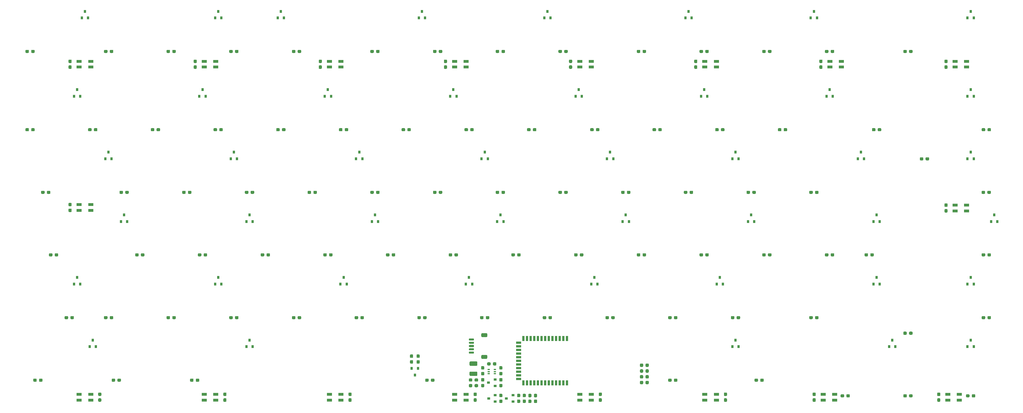
<source format=gbr>
G04 #@! TF.GenerationSoftware,KiCad,Pcbnew,(5.1.7)-1*
G04 #@! TF.CreationDate,2020-10-24T01:42:02+02:00*
G04 #@! TF.ProjectId,isometria-75-pcb-ml,69736f6d-6574-4726-9961-2d37352d7063,rev?*
G04 #@! TF.SameCoordinates,Original*
G04 #@! TF.FileFunction,Paste,Bot*
G04 #@! TF.FilePolarity,Positive*
%FSLAX46Y46*%
G04 Gerber Fmt 4.6, Leading zero omitted, Abs format (unit mm)*
G04 Created by KiCad (PCBNEW (5.1.7)-1) date 2020-10-24 01:42:02*
%MOMM*%
%LPD*%
G01*
G04 APERTURE LIST*
%ADD10R,0.900000X0.800000*%
%ADD11R,0.650000X0.400000*%
%ADD12R,1.600000X0.850000*%
%ADD13R,0.800000X0.900000*%
%ADD14R,0.700000X1.524000*%
%ADD15R,1.524000X0.700000*%
G04 APERTURE END LIST*
G36*
G01*
X146452500Y-110720000D02*
X146927500Y-110720000D01*
G75*
G02*
X147165000Y-110957500I0J-237500D01*
G01*
X147165000Y-111532500D01*
G75*
G02*
X146927500Y-111770000I-237500J0D01*
G01*
X146452500Y-111770000D01*
G75*
G02*
X146215000Y-111532500I0J237500D01*
G01*
X146215000Y-110957500D01*
G75*
G02*
X146452500Y-110720000I237500J0D01*
G01*
G37*
G36*
G01*
X146452500Y-108970000D02*
X146927500Y-108970000D01*
G75*
G02*
X147165000Y-109207500I0J-237500D01*
G01*
X147165000Y-109782500D01*
G75*
G02*
X146927500Y-110020000I-237500J0D01*
G01*
X146452500Y-110020000D01*
G75*
G02*
X146215000Y-109782500I0J237500D01*
G01*
X146215000Y-109207500D01*
G75*
G02*
X146452500Y-108970000I237500J0D01*
G01*
G37*
G36*
G01*
X148637500Y-110020000D02*
X148162500Y-110020000D01*
G75*
G02*
X147925000Y-109782500I0J237500D01*
G01*
X147925000Y-109207500D01*
G75*
G02*
X148162500Y-108970000I237500J0D01*
G01*
X148637500Y-108970000D01*
G75*
G02*
X148875000Y-109207500I0J-237500D01*
G01*
X148875000Y-109782500D01*
G75*
G02*
X148637500Y-110020000I-237500J0D01*
G01*
G37*
G36*
G01*
X148637500Y-111770000D02*
X148162500Y-111770000D01*
G75*
G02*
X147925000Y-111532500I0J237500D01*
G01*
X147925000Y-110957500D01*
G75*
G02*
X148162500Y-110720000I237500J0D01*
G01*
X148637500Y-110720000D01*
G75*
G02*
X148875000Y-110957500I0J-237500D01*
G01*
X148875000Y-111532500D01*
G75*
G02*
X148637500Y-111770000I-237500J0D01*
G01*
G37*
G36*
G01*
X143062500Y-110700000D02*
X143537500Y-110700000D01*
G75*
G02*
X143775000Y-110937500I0J-237500D01*
G01*
X143775000Y-111512500D01*
G75*
G02*
X143537500Y-111750000I-237500J0D01*
G01*
X143062500Y-111750000D01*
G75*
G02*
X142825000Y-111512500I0J237500D01*
G01*
X142825000Y-110937500D01*
G75*
G02*
X143062500Y-110700000I237500J0D01*
G01*
G37*
G36*
G01*
X143062500Y-108950000D02*
X143537500Y-108950000D01*
G75*
G02*
X143775000Y-109187500I0J-237500D01*
G01*
X143775000Y-109762500D01*
G75*
G02*
X143537500Y-110000000I-237500J0D01*
G01*
X143062500Y-110000000D01*
G75*
G02*
X142825000Y-109762500I0J237500D01*
G01*
X142825000Y-109187500D01*
G75*
G02*
X143062500Y-108950000I237500J0D01*
G01*
G37*
G36*
G01*
X145237500Y-110000000D02*
X144762500Y-110000000D01*
G75*
G02*
X144525000Y-109762500I0J237500D01*
G01*
X144525000Y-109187500D01*
G75*
G02*
X144762500Y-108950000I237500J0D01*
G01*
X145237500Y-108950000D01*
G75*
G02*
X145475000Y-109187500I0J-237500D01*
G01*
X145475000Y-109762500D01*
G75*
G02*
X145237500Y-110000000I-237500J0D01*
G01*
G37*
G36*
G01*
X145237500Y-111750000D02*
X144762500Y-111750000D01*
G75*
G02*
X144525000Y-111512500I0J237500D01*
G01*
X144525000Y-110937500D01*
G75*
G02*
X144762500Y-110700000I237500J0D01*
G01*
X145237500Y-110700000D01*
G75*
G02*
X145475000Y-110937500I0J-237500D01*
G01*
X145475000Y-111512500D01*
G75*
G02*
X145237500Y-111750000I-237500J0D01*
G01*
G37*
G36*
G01*
X137662500Y-110700000D02*
X138137500Y-110700000D01*
G75*
G02*
X138375000Y-110937500I0J-237500D01*
G01*
X138375000Y-111512500D01*
G75*
G02*
X138137500Y-111750000I-237500J0D01*
G01*
X137662500Y-111750000D01*
G75*
G02*
X137425000Y-111512500I0J237500D01*
G01*
X137425000Y-110937500D01*
G75*
G02*
X137662500Y-110700000I237500J0D01*
G01*
G37*
G36*
G01*
X137662500Y-108950000D02*
X138137500Y-108950000D01*
G75*
G02*
X138375000Y-109187500I0J-237500D01*
G01*
X138375000Y-109762500D01*
G75*
G02*
X138137500Y-110000000I-237500J0D01*
G01*
X137662500Y-110000000D01*
G75*
G02*
X137425000Y-109762500I0J237500D01*
G01*
X137425000Y-109187500D01*
G75*
G02*
X137662500Y-108950000I237500J0D01*
G01*
G37*
D10*
X139600000Y-110350000D03*
X141600000Y-111300000D03*
X141600000Y-109400000D03*
X134200000Y-110350000D03*
X136200000Y-111300000D03*
X136200000Y-109400000D03*
G36*
G01*
X266600000Y-37907500D02*
X266600000Y-37432500D01*
G75*
G02*
X266837500Y-37195000I237500J0D01*
G01*
X267412500Y-37195000D01*
G75*
G02*
X267650000Y-37432500I0J-237500D01*
G01*
X267650000Y-37907500D01*
G75*
G02*
X267412500Y-38145000I-237500J0D01*
G01*
X266837500Y-38145000D01*
G75*
G02*
X266600000Y-37907500I0J237500D01*
G01*
G37*
G36*
G01*
X264850000Y-37907500D02*
X264850000Y-37432500D01*
G75*
G02*
X265087500Y-37195000I237500J0D01*
G01*
X265662500Y-37195000D01*
G75*
G02*
X265900000Y-37432500I0J-237500D01*
G01*
X265900000Y-37907500D01*
G75*
G02*
X265662500Y-38145000I-237500J0D01*
G01*
X265087500Y-38145000D01*
G75*
G02*
X264850000Y-37907500I0J237500D01*
G01*
G37*
G36*
G01*
X130358034Y-109632000D02*
X129883034Y-109632000D01*
G75*
G02*
X129645534Y-109394500I0J237500D01*
G01*
X129645534Y-108819500D01*
G75*
G02*
X129883034Y-108582000I237500J0D01*
G01*
X130358034Y-108582000D01*
G75*
G02*
X130595534Y-108819500I0J-237500D01*
G01*
X130595534Y-109394500D01*
G75*
G02*
X130358034Y-109632000I-237500J0D01*
G01*
G37*
G36*
G01*
X130358034Y-111382000D02*
X129883034Y-111382000D01*
G75*
G02*
X129645534Y-111144500I0J237500D01*
G01*
X129645534Y-110569500D01*
G75*
G02*
X129883034Y-110332000I237500J0D01*
G01*
X130358034Y-110332000D01*
G75*
G02*
X130595534Y-110569500I0J-237500D01*
G01*
X130595534Y-111144500D01*
G75*
G02*
X130358034Y-111382000I-237500J0D01*
G01*
G37*
G36*
G01*
X130525003Y-100473000D02*
X128674997Y-100473000D01*
G75*
G02*
X128425000Y-100223003I0J249997D01*
G01*
X128425000Y-99397997D01*
G75*
G02*
X128674997Y-99148000I249997J0D01*
G01*
X130525003Y-99148000D01*
G75*
G02*
X130775000Y-99397997I0J-249997D01*
G01*
X130775000Y-100223003D01*
G75*
G02*
X130525003Y-100473000I-249997J0D01*
G01*
G37*
G36*
G01*
X130525003Y-103548000D02*
X128674997Y-103548000D01*
G75*
G02*
X128425000Y-103298003I0J249997D01*
G01*
X128425000Y-102472997D01*
G75*
G02*
X128674997Y-102223000I249997J0D01*
G01*
X130525003Y-102223000D01*
G75*
G02*
X130775000Y-102472997I0J-249997D01*
G01*
X130775000Y-103298003D01*
G75*
G02*
X130525003Y-103548000I-249997J0D01*
G01*
G37*
D11*
X134200000Y-101570000D03*
X134200000Y-102870000D03*
X136100000Y-102220000D03*
X134200000Y-102220000D03*
X136100000Y-102870000D03*
X136100000Y-101570000D03*
G36*
G01*
X279900000Y-109342500D02*
X279900000Y-109817500D01*
G75*
G02*
X279662500Y-110055000I-237500J0D01*
G01*
X279087500Y-110055000D01*
G75*
G02*
X278850000Y-109817500I0J237500D01*
G01*
X278850000Y-109342500D01*
G75*
G02*
X279087500Y-109105000I237500J0D01*
G01*
X279662500Y-109105000D01*
G75*
G02*
X279900000Y-109342500I0J-237500D01*
G01*
G37*
G36*
G01*
X281650000Y-109342500D02*
X281650000Y-109817500D01*
G75*
G02*
X281412500Y-110055000I-237500J0D01*
G01*
X280837500Y-110055000D01*
G75*
G02*
X280600000Y-109817500I0J237500D01*
G01*
X280600000Y-109342500D01*
G75*
G02*
X280837500Y-109105000I237500J0D01*
G01*
X281412500Y-109105000D01*
G75*
G02*
X281650000Y-109342500I0J-237500D01*
G01*
G37*
G36*
G01*
X260900000Y-109342500D02*
X260900000Y-109817500D01*
G75*
G02*
X260662500Y-110055000I-237500J0D01*
G01*
X260087500Y-110055000D01*
G75*
G02*
X259850000Y-109817500I0J237500D01*
G01*
X259850000Y-109342500D01*
G75*
G02*
X260087500Y-109105000I237500J0D01*
G01*
X260662500Y-109105000D01*
G75*
G02*
X260900000Y-109342500I0J-237500D01*
G01*
G37*
G36*
G01*
X262650000Y-109342500D02*
X262650000Y-109817500D01*
G75*
G02*
X262412500Y-110055000I-237500J0D01*
G01*
X261837500Y-110055000D01*
G75*
G02*
X261600000Y-109817500I0J237500D01*
G01*
X261600000Y-109342500D01*
G75*
G02*
X261837500Y-109105000I237500J0D01*
G01*
X262412500Y-109105000D01*
G75*
G02*
X262650000Y-109342500I0J-237500D01*
G01*
G37*
G36*
G01*
X241900000Y-109342500D02*
X241900000Y-109817500D01*
G75*
G02*
X241662500Y-110055000I-237500J0D01*
G01*
X241087500Y-110055000D01*
G75*
G02*
X240850000Y-109817500I0J237500D01*
G01*
X240850000Y-109342500D01*
G75*
G02*
X241087500Y-109105000I237500J0D01*
G01*
X241662500Y-109105000D01*
G75*
G02*
X241900000Y-109342500I0J-237500D01*
G01*
G37*
G36*
G01*
X243650000Y-109342500D02*
X243650000Y-109817500D01*
G75*
G02*
X243412500Y-110055000I-237500J0D01*
G01*
X242837500Y-110055000D01*
G75*
G02*
X242600000Y-109817500I0J237500D01*
G01*
X242600000Y-109342500D01*
G75*
G02*
X242837500Y-109105000I237500J0D01*
G01*
X243412500Y-109105000D01*
G75*
G02*
X243650000Y-109342500I0J-237500D01*
G01*
G37*
G36*
G01*
X215804000Y-104592500D02*
X215804000Y-105067500D01*
G75*
G02*
X215566500Y-105305000I-237500J0D01*
G01*
X214991500Y-105305000D01*
G75*
G02*
X214754000Y-105067500I0J237500D01*
G01*
X214754000Y-104592500D01*
G75*
G02*
X214991500Y-104355000I237500J0D01*
G01*
X215566500Y-104355000D01*
G75*
G02*
X215804000Y-104592500I0J-237500D01*
G01*
G37*
G36*
G01*
X217554000Y-104592500D02*
X217554000Y-105067500D01*
G75*
G02*
X217316500Y-105305000I-237500J0D01*
G01*
X216741500Y-105305000D01*
G75*
G02*
X216504000Y-105067500I0J237500D01*
G01*
X216504000Y-104592500D01*
G75*
G02*
X216741500Y-104355000I237500J0D01*
G01*
X217316500Y-104355000D01*
G75*
G02*
X217554000Y-104592500I0J-237500D01*
G01*
G37*
G36*
G01*
X189642000Y-104592500D02*
X189642000Y-105067500D01*
G75*
G02*
X189404500Y-105305000I-237500J0D01*
G01*
X188829500Y-105305000D01*
G75*
G02*
X188592000Y-105067500I0J237500D01*
G01*
X188592000Y-104592500D01*
G75*
G02*
X188829500Y-104355000I237500J0D01*
G01*
X189404500Y-104355000D01*
G75*
G02*
X189642000Y-104592500I0J-237500D01*
G01*
G37*
G36*
G01*
X191392000Y-104592500D02*
X191392000Y-105067500D01*
G75*
G02*
X191154500Y-105305000I-237500J0D01*
G01*
X190579500Y-105305000D01*
G75*
G02*
X190342000Y-105067500I0J237500D01*
G01*
X190342000Y-104592500D01*
G75*
G02*
X190579500Y-104355000I237500J0D01*
G01*
X191154500Y-104355000D01*
G75*
G02*
X191392000Y-104592500I0J-237500D01*
G01*
G37*
G36*
G01*
X116025000Y-104592500D02*
X116025000Y-105067500D01*
G75*
G02*
X115787500Y-105305000I-237500J0D01*
G01*
X115212500Y-105305000D01*
G75*
G02*
X114975000Y-105067500I0J237500D01*
G01*
X114975000Y-104592500D01*
G75*
G02*
X115212500Y-104355000I237500J0D01*
G01*
X115787500Y-104355000D01*
G75*
G02*
X116025000Y-104592500I0J-237500D01*
G01*
G37*
G36*
G01*
X117775000Y-104592500D02*
X117775000Y-105067500D01*
G75*
G02*
X117537500Y-105305000I-237500J0D01*
G01*
X116962500Y-105305000D01*
G75*
G02*
X116725000Y-105067500I0J237500D01*
G01*
X116725000Y-104592500D01*
G75*
G02*
X116962500Y-104355000I237500J0D01*
G01*
X117537500Y-104355000D01*
G75*
G02*
X117775000Y-104592500I0J-237500D01*
G01*
G37*
G36*
G01*
X44775000Y-104592500D02*
X44775000Y-105067500D01*
G75*
G02*
X44537500Y-105305000I-237500J0D01*
G01*
X43962500Y-105305000D01*
G75*
G02*
X43725000Y-105067500I0J237500D01*
G01*
X43725000Y-104592500D01*
G75*
G02*
X43962500Y-104355000I237500J0D01*
G01*
X44537500Y-104355000D01*
G75*
G02*
X44775000Y-104592500I0J-237500D01*
G01*
G37*
G36*
G01*
X46525000Y-104592500D02*
X46525000Y-105067500D01*
G75*
G02*
X46287500Y-105305000I-237500J0D01*
G01*
X45712500Y-105305000D01*
G75*
G02*
X45475000Y-105067500I0J237500D01*
G01*
X45475000Y-104592500D01*
G75*
G02*
X45712500Y-104355000I237500J0D01*
G01*
X46287500Y-104355000D01*
G75*
G02*
X46525000Y-104592500I0J-237500D01*
G01*
G37*
G36*
G01*
X21025000Y-104592500D02*
X21025000Y-105067500D01*
G75*
G02*
X20787500Y-105305000I-237500J0D01*
G01*
X20212500Y-105305000D01*
G75*
G02*
X19975000Y-105067500I0J237500D01*
G01*
X19975000Y-104592500D01*
G75*
G02*
X20212500Y-104355000I237500J0D01*
G01*
X20787500Y-104355000D01*
G75*
G02*
X21025000Y-104592500I0J-237500D01*
G01*
G37*
G36*
G01*
X22775000Y-104592500D02*
X22775000Y-105067500D01*
G75*
G02*
X22537500Y-105305000I-237500J0D01*
G01*
X21962500Y-105305000D01*
G75*
G02*
X21725000Y-105067500I0J237500D01*
G01*
X21725000Y-104592500D01*
G75*
G02*
X21962500Y-104355000I237500J0D01*
G01*
X22537500Y-104355000D01*
G75*
G02*
X22775000Y-104592500I0J-237500D01*
G01*
G37*
G36*
G01*
X-2725000Y-104592500D02*
X-2725000Y-105067500D01*
G75*
G02*
X-2962500Y-105305000I-237500J0D01*
G01*
X-3537500Y-105305000D01*
G75*
G02*
X-3775000Y-105067500I0J237500D01*
G01*
X-3775000Y-104592500D01*
G75*
G02*
X-3537500Y-104355000I237500J0D01*
G01*
X-2962500Y-104355000D01*
G75*
G02*
X-2725000Y-104592500I0J-237500D01*
G01*
G37*
G36*
G01*
X-975000Y-104592500D02*
X-975000Y-105067500D01*
G75*
G02*
X-1212500Y-105305000I-237500J0D01*
G01*
X-1787500Y-105305000D01*
G75*
G02*
X-2025000Y-105067500I0J237500D01*
G01*
X-2025000Y-104592500D01*
G75*
G02*
X-1787500Y-104355000I237500J0D01*
G01*
X-1212500Y-104355000D01*
G75*
G02*
X-975000Y-104592500I0J-237500D01*
G01*
G37*
G36*
G01*
X284650000Y-85614500D02*
X284650000Y-86089500D01*
G75*
G02*
X284412500Y-86327000I-237500J0D01*
G01*
X283837500Y-86327000D01*
G75*
G02*
X283600000Y-86089500I0J237500D01*
G01*
X283600000Y-85614500D01*
G75*
G02*
X283837500Y-85377000I237500J0D01*
G01*
X284412500Y-85377000D01*
G75*
G02*
X284650000Y-85614500I0J-237500D01*
G01*
G37*
G36*
G01*
X286400000Y-85614500D02*
X286400000Y-86089500D01*
G75*
G02*
X286162500Y-86327000I-237500J0D01*
G01*
X285587500Y-86327000D01*
G75*
G02*
X285350000Y-86089500I0J237500D01*
G01*
X285350000Y-85614500D01*
G75*
G02*
X285587500Y-85377000I237500J0D01*
G01*
X286162500Y-85377000D01*
G75*
G02*
X286400000Y-85614500I0J-237500D01*
G01*
G37*
G36*
G01*
X260900000Y-90342500D02*
X260900000Y-90817500D01*
G75*
G02*
X260662500Y-91055000I-237500J0D01*
G01*
X260087500Y-91055000D01*
G75*
G02*
X259850000Y-90817500I0J237500D01*
G01*
X259850000Y-90342500D01*
G75*
G02*
X260087500Y-90105000I237500J0D01*
G01*
X260662500Y-90105000D01*
G75*
G02*
X260900000Y-90342500I0J-237500D01*
G01*
G37*
G36*
G01*
X262650000Y-90342500D02*
X262650000Y-90817500D01*
G75*
G02*
X262412500Y-91055000I-237500J0D01*
G01*
X261837500Y-91055000D01*
G75*
G02*
X261600000Y-90817500I0J237500D01*
G01*
X261600000Y-90342500D01*
G75*
G02*
X261837500Y-90105000I237500J0D01*
G01*
X262412500Y-90105000D01*
G75*
G02*
X262650000Y-90342500I0J-237500D01*
G01*
G37*
G36*
G01*
X232400000Y-85614500D02*
X232400000Y-86089500D01*
G75*
G02*
X232162500Y-86327000I-237500J0D01*
G01*
X231587500Y-86327000D01*
G75*
G02*
X231350000Y-86089500I0J237500D01*
G01*
X231350000Y-85614500D01*
G75*
G02*
X231587500Y-85377000I237500J0D01*
G01*
X232162500Y-85377000D01*
G75*
G02*
X232400000Y-85614500I0J-237500D01*
G01*
G37*
G36*
G01*
X234150000Y-85614500D02*
X234150000Y-86089500D01*
G75*
G02*
X233912500Y-86327000I-237500J0D01*
G01*
X233337500Y-86327000D01*
G75*
G02*
X233100000Y-86089500I0J237500D01*
G01*
X233100000Y-85614500D01*
G75*
G02*
X233337500Y-85377000I237500J0D01*
G01*
X233912500Y-85377000D01*
G75*
G02*
X234150000Y-85614500I0J-237500D01*
G01*
G37*
G36*
G01*
X208650000Y-85614500D02*
X208650000Y-86089500D01*
G75*
G02*
X208412500Y-86327000I-237500J0D01*
G01*
X207837500Y-86327000D01*
G75*
G02*
X207600000Y-86089500I0J237500D01*
G01*
X207600000Y-85614500D01*
G75*
G02*
X207837500Y-85377000I237500J0D01*
G01*
X208412500Y-85377000D01*
G75*
G02*
X208650000Y-85614500I0J-237500D01*
G01*
G37*
G36*
G01*
X210400000Y-85614500D02*
X210400000Y-86089500D01*
G75*
G02*
X210162500Y-86327000I-237500J0D01*
G01*
X209587500Y-86327000D01*
G75*
G02*
X209350000Y-86089500I0J237500D01*
G01*
X209350000Y-85614500D01*
G75*
G02*
X209587500Y-85377000I237500J0D01*
G01*
X210162500Y-85377000D01*
G75*
G02*
X210400000Y-85614500I0J-237500D01*
G01*
G37*
G36*
G01*
X189650000Y-85614500D02*
X189650000Y-86089500D01*
G75*
G02*
X189412500Y-86327000I-237500J0D01*
G01*
X188837500Y-86327000D01*
G75*
G02*
X188600000Y-86089500I0J237500D01*
G01*
X188600000Y-85614500D01*
G75*
G02*
X188837500Y-85377000I237500J0D01*
G01*
X189412500Y-85377000D01*
G75*
G02*
X189650000Y-85614500I0J-237500D01*
G01*
G37*
G36*
G01*
X191400000Y-85614500D02*
X191400000Y-86089500D01*
G75*
G02*
X191162500Y-86327000I-237500J0D01*
G01*
X190587500Y-86327000D01*
G75*
G02*
X190350000Y-86089500I0J237500D01*
G01*
X190350000Y-85614500D01*
G75*
G02*
X190587500Y-85377000I237500J0D01*
G01*
X191162500Y-85377000D01*
G75*
G02*
X191400000Y-85614500I0J-237500D01*
G01*
G37*
G36*
G01*
X170650000Y-85614500D02*
X170650000Y-86089500D01*
G75*
G02*
X170412500Y-86327000I-237500J0D01*
G01*
X169837500Y-86327000D01*
G75*
G02*
X169600000Y-86089500I0J237500D01*
G01*
X169600000Y-85614500D01*
G75*
G02*
X169837500Y-85377000I237500J0D01*
G01*
X170412500Y-85377000D01*
G75*
G02*
X170650000Y-85614500I0J-237500D01*
G01*
G37*
G36*
G01*
X172400000Y-85614500D02*
X172400000Y-86089500D01*
G75*
G02*
X172162500Y-86327000I-237500J0D01*
G01*
X171587500Y-86327000D01*
G75*
G02*
X171350000Y-86089500I0J237500D01*
G01*
X171350000Y-85614500D01*
G75*
G02*
X171587500Y-85377000I237500J0D01*
G01*
X172162500Y-85377000D01*
G75*
G02*
X172400000Y-85614500I0J-237500D01*
G01*
G37*
G36*
G01*
X151650000Y-85614500D02*
X151650000Y-86089500D01*
G75*
G02*
X151412500Y-86327000I-237500J0D01*
G01*
X150837500Y-86327000D01*
G75*
G02*
X150600000Y-86089500I0J237500D01*
G01*
X150600000Y-85614500D01*
G75*
G02*
X150837500Y-85377000I237500J0D01*
G01*
X151412500Y-85377000D01*
G75*
G02*
X151650000Y-85614500I0J-237500D01*
G01*
G37*
G36*
G01*
X153400000Y-85614500D02*
X153400000Y-86089500D01*
G75*
G02*
X153162500Y-86327000I-237500J0D01*
G01*
X152587500Y-86327000D01*
G75*
G02*
X152350000Y-86089500I0J237500D01*
G01*
X152350000Y-85614500D01*
G75*
G02*
X152587500Y-85377000I237500J0D01*
G01*
X153162500Y-85377000D01*
G75*
G02*
X153400000Y-85614500I0J-237500D01*
G01*
G37*
G36*
G01*
X132650000Y-85614500D02*
X132650000Y-86089500D01*
G75*
G02*
X132412500Y-86327000I-237500J0D01*
G01*
X131837500Y-86327000D01*
G75*
G02*
X131600000Y-86089500I0J237500D01*
G01*
X131600000Y-85614500D01*
G75*
G02*
X131837500Y-85377000I237500J0D01*
G01*
X132412500Y-85377000D01*
G75*
G02*
X132650000Y-85614500I0J-237500D01*
G01*
G37*
G36*
G01*
X134400000Y-85614500D02*
X134400000Y-86089500D01*
G75*
G02*
X134162500Y-86327000I-237500J0D01*
G01*
X133587500Y-86327000D01*
G75*
G02*
X133350000Y-86089500I0J237500D01*
G01*
X133350000Y-85614500D01*
G75*
G02*
X133587500Y-85377000I237500J0D01*
G01*
X134162500Y-85377000D01*
G75*
G02*
X134400000Y-85614500I0J-237500D01*
G01*
G37*
G36*
G01*
X113650000Y-85614500D02*
X113650000Y-86089500D01*
G75*
G02*
X113412500Y-86327000I-237500J0D01*
G01*
X112837500Y-86327000D01*
G75*
G02*
X112600000Y-86089500I0J237500D01*
G01*
X112600000Y-85614500D01*
G75*
G02*
X112837500Y-85377000I237500J0D01*
G01*
X113412500Y-85377000D01*
G75*
G02*
X113650000Y-85614500I0J-237500D01*
G01*
G37*
G36*
G01*
X115400000Y-85614500D02*
X115400000Y-86089500D01*
G75*
G02*
X115162500Y-86327000I-237500J0D01*
G01*
X114587500Y-86327000D01*
G75*
G02*
X114350000Y-86089500I0J237500D01*
G01*
X114350000Y-85614500D01*
G75*
G02*
X114587500Y-85377000I237500J0D01*
G01*
X115162500Y-85377000D01*
G75*
G02*
X115400000Y-85614500I0J-237500D01*
G01*
G37*
G36*
G01*
X94650000Y-85614500D02*
X94650000Y-86089500D01*
G75*
G02*
X94412500Y-86327000I-237500J0D01*
G01*
X93837500Y-86327000D01*
G75*
G02*
X93600000Y-86089500I0J237500D01*
G01*
X93600000Y-85614500D01*
G75*
G02*
X93837500Y-85377000I237500J0D01*
G01*
X94412500Y-85377000D01*
G75*
G02*
X94650000Y-85614500I0J-237500D01*
G01*
G37*
G36*
G01*
X96400000Y-85614500D02*
X96400000Y-86089500D01*
G75*
G02*
X96162500Y-86327000I-237500J0D01*
G01*
X95587500Y-86327000D01*
G75*
G02*
X95350000Y-86089500I0J237500D01*
G01*
X95350000Y-85614500D01*
G75*
G02*
X95587500Y-85377000I237500J0D01*
G01*
X96162500Y-85377000D01*
G75*
G02*
X96400000Y-85614500I0J-237500D01*
G01*
G37*
G36*
G01*
X75650000Y-85614500D02*
X75650000Y-86089500D01*
G75*
G02*
X75412500Y-86327000I-237500J0D01*
G01*
X74837500Y-86327000D01*
G75*
G02*
X74600000Y-86089500I0J237500D01*
G01*
X74600000Y-85614500D01*
G75*
G02*
X74837500Y-85377000I237500J0D01*
G01*
X75412500Y-85377000D01*
G75*
G02*
X75650000Y-85614500I0J-237500D01*
G01*
G37*
G36*
G01*
X77400000Y-85614500D02*
X77400000Y-86089500D01*
G75*
G02*
X77162500Y-86327000I-237500J0D01*
G01*
X76587500Y-86327000D01*
G75*
G02*
X76350000Y-86089500I0J237500D01*
G01*
X76350000Y-85614500D01*
G75*
G02*
X76587500Y-85377000I237500J0D01*
G01*
X77162500Y-85377000D01*
G75*
G02*
X77400000Y-85614500I0J-237500D01*
G01*
G37*
G36*
G01*
X56650000Y-85614500D02*
X56650000Y-86089500D01*
G75*
G02*
X56412500Y-86327000I-237500J0D01*
G01*
X55837500Y-86327000D01*
G75*
G02*
X55600000Y-86089500I0J237500D01*
G01*
X55600000Y-85614500D01*
G75*
G02*
X55837500Y-85377000I237500J0D01*
G01*
X56412500Y-85377000D01*
G75*
G02*
X56650000Y-85614500I0J-237500D01*
G01*
G37*
G36*
G01*
X58400000Y-85614500D02*
X58400000Y-86089500D01*
G75*
G02*
X58162500Y-86327000I-237500J0D01*
G01*
X57587500Y-86327000D01*
G75*
G02*
X57350000Y-86089500I0J237500D01*
G01*
X57350000Y-85614500D01*
G75*
G02*
X57587500Y-85377000I237500J0D01*
G01*
X58162500Y-85377000D01*
G75*
G02*
X58400000Y-85614500I0J-237500D01*
G01*
G37*
G36*
G01*
X37650000Y-85614500D02*
X37650000Y-86089500D01*
G75*
G02*
X37412500Y-86327000I-237500J0D01*
G01*
X36837500Y-86327000D01*
G75*
G02*
X36600000Y-86089500I0J237500D01*
G01*
X36600000Y-85614500D01*
G75*
G02*
X36837500Y-85377000I237500J0D01*
G01*
X37412500Y-85377000D01*
G75*
G02*
X37650000Y-85614500I0J-237500D01*
G01*
G37*
G36*
G01*
X39400000Y-85614500D02*
X39400000Y-86089500D01*
G75*
G02*
X39162500Y-86327000I-237500J0D01*
G01*
X38587500Y-86327000D01*
G75*
G02*
X38350000Y-86089500I0J237500D01*
G01*
X38350000Y-85614500D01*
G75*
G02*
X38587500Y-85377000I237500J0D01*
G01*
X39162500Y-85377000D01*
G75*
G02*
X39400000Y-85614500I0J-237500D01*
G01*
G37*
G36*
G01*
X18700000Y-85614500D02*
X18700000Y-86089500D01*
G75*
G02*
X18462500Y-86327000I-237500J0D01*
G01*
X17887500Y-86327000D01*
G75*
G02*
X17650000Y-86089500I0J237500D01*
G01*
X17650000Y-85614500D01*
G75*
G02*
X17887500Y-85377000I237500J0D01*
G01*
X18462500Y-85377000D01*
G75*
G02*
X18700000Y-85614500I0J-237500D01*
G01*
G37*
G36*
G01*
X20450000Y-85614500D02*
X20450000Y-86089500D01*
G75*
G02*
X20212500Y-86327000I-237500J0D01*
G01*
X19637500Y-86327000D01*
G75*
G02*
X19400000Y-86089500I0J237500D01*
G01*
X19400000Y-85614500D01*
G75*
G02*
X19637500Y-85377000I237500J0D01*
G01*
X20212500Y-85377000D01*
G75*
G02*
X20450000Y-85614500I0J-237500D01*
G01*
G37*
G36*
G01*
X6775000Y-85614500D02*
X6775000Y-86089500D01*
G75*
G02*
X6537500Y-86327000I-237500J0D01*
G01*
X5962500Y-86327000D01*
G75*
G02*
X5725000Y-86089500I0J237500D01*
G01*
X5725000Y-85614500D01*
G75*
G02*
X5962500Y-85377000I237500J0D01*
G01*
X6537500Y-85377000D01*
G75*
G02*
X6775000Y-85614500I0J-237500D01*
G01*
G37*
G36*
G01*
X8525000Y-85614500D02*
X8525000Y-86089500D01*
G75*
G02*
X8287500Y-86327000I-237500J0D01*
G01*
X7712500Y-86327000D01*
G75*
G02*
X7475000Y-86089500I0J237500D01*
G01*
X7475000Y-85614500D01*
G75*
G02*
X7712500Y-85377000I237500J0D01*
G01*
X8287500Y-85377000D01*
G75*
G02*
X8525000Y-85614500I0J-237500D01*
G01*
G37*
G36*
G01*
X284638000Y-66564500D02*
X284638000Y-67039500D01*
G75*
G02*
X284400500Y-67277000I-237500J0D01*
G01*
X283825500Y-67277000D01*
G75*
G02*
X283588000Y-67039500I0J237500D01*
G01*
X283588000Y-66564500D01*
G75*
G02*
X283825500Y-66327000I237500J0D01*
G01*
X284400500Y-66327000D01*
G75*
G02*
X284638000Y-66564500I0J-237500D01*
G01*
G37*
G36*
G01*
X286388000Y-66564500D02*
X286388000Y-67039500D01*
G75*
G02*
X286150500Y-67277000I-237500J0D01*
G01*
X285575500Y-67277000D01*
G75*
G02*
X285338000Y-67039500I0J237500D01*
G01*
X285338000Y-66564500D01*
G75*
G02*
X285575500Y-66327000I237500J0D01*
G01*
X286150500Y-66327000D01*
G75*
G02*
X286388000Y-66564500I0J-237500D01*
G01*
G37*
G36*
G01*
X249150000Y-66564500D02*
X249150000Y-67039500D01*
G75*
G02*
X248912500Y-67277000I-237500J0D01*
G01*
X248337500Y-67277000D01*
G75*
G02*
X248100000Y-67039500I0J237500D01*
G01*
X248100000Y-66564500D01*
G75*
G02*
X248337500Y-66327000I237500J0D01*
G01*
X248912500Y-66327000D01*
G75*
G02*
X249150000Y-66564500I0J-237500D01*
G01*
G37*
G36*
G01*
X250900000Y-66564500D02*
X250900000Y-67039500D01*
G75*
G02*
X250662500Y-67277000I-237500J0D01*
G01*
X250087500Y-67277000D01*
G75*
G02*
X249850000Y-67039500I0J237500D01*
G01*
X249850000Y-66564500D01*
G75*
G02*
X250087500Y-66327000I237500J0D01*
G01*
X250662500Y-66327000D01*
G75*
G02*
X250900000Y-66564500I0J-237500D01*
G01*
G37*
G36*
G01*
X237150000Y-66564500D02*
X237150000Y-67039500D01*
G75*
G02*
X236912500Y-67277000I-237500J0D01*
G01*
X236337500Y-67277000D01*
G75*
G02*
X236100000Y-67039500I0J237500D01*
G01*
X236100000Y-66564500D01*
G75*
G02*
X236337500Y-66327000I237500J0D01*
G01*
X236912500Y-66327000D01*
G75*
G02*
X237150000Y-66564500I0J-237500D01*
G01*
G37*
G36*
G01*
X238900000Y-66564500D02*
X238900000Y-67039500D01*
G75*
G02*
X238662500Y-67277000I-237500J0D01*
G01*
X238087500Y-67277000D01*
G75*
G02*
X237850000Y-67039500I0J237500D01*
G01*
X237850000Y-66564500D01*
G75*
G02*
X238087500Y-66327000I237500J0D01*
G01*
X238662500Y-66327000D01*
G75*
G02*
X238900000Y-66564500I0J-237500D01*
G01*
G37*
G36*
G01*
X218150000Y-66564500D02*
X218150000Y-67039500D01*
G75*
G02*
X217912500Y-67277000I-237500J0D01*
G01*
X217337500Y-67277000D01*
G75*
G02*
X217100000Y-67039500I0J237500D01*
G01*
X217100000Y-66564500D01*
G75*
G02*
X217337500Y-66327000I237500J0D01*
G01*
X217912500Y-66327000D01*
G75*
G02*
X218150000Y-66564500I0J-237500D01*
G01*
G37*
G36*
G01*
X219900000Y-66564500D02*
X219900000Y-67039500D01*
G75*
G02*
X219662500Y-67277000I-237500J0D01*
G01*
X219087500Y-67277000D01*
G75*
G02*
X218850000Y-67039500I0J237500D01*
G01*
X218850000Y-66564500D01*
G75*
G02*
X219087500Y-66327000I237500J0D01*
G01*
X219662500Y-66327000D01*
G75*
G02*
X219900000Y-66564500I0J-237500D01*
G01*
G37*
G36*
G01*
X199150000Y-66564500D02*
X199150000Y-67039500D01*
G75*
G02*
X198912500Y-67277000I-237500J0D01*
G01*
X198337500Y-67277000D01*
G75*
G02*
X198100000Y-67039500I0J237500D01*
G01*
X198100000Y-66564500D01*
G75*
G02*
X198337500Y-66327000I237500J0D01*
G01*
X198912500Y-66327000D01*
G75*
G02*
X199150000Y-66564500I0J-237500D01*
G01*
G37*
G36*
G01*
X200900000Y-66564500D02*
X200900000Y-67039500D01*
G75*
G02*
X200662500Y-67277000I-237500J0D01*
G01*
X200087500Y-67277000D01*
G75*
G02*
X199850000Y-67039500I0J237500D01*
G01*
X199850000Y-66564500D01*
G75*
G02*
X200087500Y-66327000I237500J0D01*
G01*
X200662500Y-66327000D01*
G75*
G02*
X200900000Y-66564500I0J-237500D01*
G01*
G37*
G36*
G01*
X180150000Y-66564500D02*
X180150000Y-67039500D01*
G75*
G02*
X179912500Y-67277000I-237500J0D01*
G01*
X179337500Y-67277000D01*
G75*
G02*
X179100000Y-67039500I0J237500D01*
G01*
X179100000Y-66564500D01*
G75*
G02*
X179337500Y-66327000I237500J0D01*
G01*
X179912500Y-66327000D01*
G75*
G02*
X180150000Y-66564500I0J-237500D01*
G01*
G37*
G36*
G01*
X181900000Y-66564500D02*
X181900000Y-67039500D01*
G75*
G02*
X181662500Y-67277000I-237500J0D01*
G01*
X181087500Y-67277000D01*
G75*
G02*
X180850000Y-67039500I0J237500D01*
G01*
X180850000Y-66564500D01*
G75*
G02*
X181087500Y-66327000I237500J0D01*
G01*
X181662500Y-66327000D01*
G75*
G02*
X181900000Y-66564500I0J-237500D01*
G01*
G37*
G36*
G01*
X161150000Y-66564500D02*
X161150000Y-67039500D01*
G75*
G02*
X160912500Y-67277000I-237500J0D01*
G01*
X160337500Y-67277000D01*
G75*
G02*
X160100000Y-67039500I0J237500D01*
G01*
X160100000Y-66564500D01*
G75*
G02*
X160337500Y-66327000I237500J0D01*
G01*
X160912500Y-66327000D01*
G75*
G02*
X161150000Y-66564500I0J-237500D01*
G01*
G37*
G36*
G01*
X162900000Y-66564500D02*
X162900000Y-67039500D01*
G75*
G02*
X162662500Y-67277000I-237500J0D01*
G01*
X162087500Y-67277000D01*
G75*
G02*
X161850000Y-67039500I0J237500D01*
G01*
X161850000Y-66564500D01*
G75*
G02*
X162087500Y-66327000I237500J0D01*
G01*
X162662500Y-66327000D01*
G75*
G02*
X162900000Y-66564500I0J-237500D01*
G01*
G37*
G36*
G01*
X142144000Y-66564500D02*
X142144000Y-67039500D01*
G75*
G02*
X141906500Y-67277000I-237500J0D01*
G01*
X141331500Y-67277000D01*
G75*
G02*
X141094000Y-67039500I0J237500D01*
G01*
X141094000Y-66564500D01*
G75*
G02*
X141331500Y-66327000I237500J0D01*
G01*
X141906500Y-66327000D01*
G75*
G02*
X142144000Y-66564500I0J-237500D01*
G01*
G37*
G36*
G01*
X143894000Y-66564500D02*
X143894000Y-67039500D01*
G75*
G02*
X143656500Y-67277000I-237500J0D01*
G01*
X143081500Y-67277000D01*
G75*
G02*
X142844000Y-67039500I0J237500D01*
G01*
X142844000Y-66564500D01*
G75*
G02*
X143081500Y-66327000I237500J0D01*
G01*
X143656500Y-66327000D01*
G75*
G02*
X143894000Y-66564500I0J-237500D01*
G01*
G37*
G36*
G01*
X123150000Y-66564500D02*
X123150000Y-67039500D01*
G75*
G02*
X122912500Y-67277000I-237500J0D01*
G01*
X122337500Y-67277000D01*
G75*
G02*
X122100000Y-67039500I0J237500D01*
G01*
X122100000Y-66564500D01*
G75*
G02*
X122337500Y-66327000I237500J0D01*
G01*
X122912500Y-66327000D01*
G75*
G02*
X123150000Y-66564500I0J-237500D01*
G01*
G37*
G36*
G01*
X124900000Y-66564500D02*
X124900000Y-67039500D01*
G75*
G02*
X124662500Y-67277000I-237500J0D01*
G01*
X124087500Y-67277000D01*
G75*
G02*
X123850000Y-67039500I0J237500D01*
G01*
X123850000Y-66564500D01*
G75*
G02*
X124087500Y-66327000I237500J0D01*
G01*
X124662500Y-66327000D01*
G75*
G02*
X124900000Y-66564500I0J-237500D01*
G01*
G37*
G36*
G01*
X104150000Y-66564500D02*
X104150000Y-67039500D01*
G75*
G02*
X103912500Y-67277000I-237500J0D01*
G01*
X103337500Y-67277000D01*
G75*
G02*
X103100000Y-67039500I0J237500D01*
G01*
X103100000Y-66564500D01*
G75*
G02*
X103337500Y-66327000I237500J0D01*
G01*
X103912500Y-66327000D01*
G75*
G02*
X104150000Y-66564500I0J-237500D01*
G01*
G37*
G36*
G01*
X105900000Y-66564500D02*
X105900000Y-67039500D01*
G75*
G02*
X105662500Y-67277000I-237500J0D01*
G01*
X105087500Y-67277000D01*
G75*
G02*
X104850000Y-67039500I0J237500D01*
G01*
X104850000Y-66564500D01*
G75*
G02*
X105087500Y-66327000I237500J0D01*
G01*
X105662500Y-66327000D01*
G75*
G02*
X105900000Y-66564500I0J-237500D01*
G01*
G37*
G36*
G01*
X85150000Y-66564500D02*
X85150000Y-67039500D01*
G75*
G02*
X84912500Y-67277000I-237500J0D01*
G01*
X84337500Y-67277000D01*
G75*
G02*
X84100000Y-67039500I0J237500D01*
G01*
X84100000Y-66564500D01*
G75*
G02*
X84337500Y-66327000I237500J0D01*
G01*
X84912500Y-66327000D01*
G75*
G02*
X85150000Y-66564500I0J-237500D01*
G01*
G37*
G36*
G01*
X86900000Y-66564500D02*
X86900000Y-67039500D01*
G75*
G02*
X86662500Y-67277000I-237500J0D01*
G01*
X86087500Y-67277000D01*
G75*
G02*
X85850000Y-67039500I0J237500D01*
G01*
X85850000Y-66564500D01*
G75*
G02*
X86087500Y-66327000I237500J0D01*
G01*
X86662500Y-66327000D01*
G75*
G02*
X86900000Y-66564500I0J-237500D01*
G01*
G37*
G36*
G01*
X66198000Y-66564500D02*
X66198000Y-67039500D01*
G75*
G02*
X65960500Y-67277000I-237500J0D01*
G01*
X65385500Y-67277000D01*
G75*
G02*
X65148000Y-67039500I0J237500D01*
G01*
X65148000Y-66564500D01*
G75*
G02*
X65385500Y-66327000I237500J0D01*
G01*
X65960500Y-66327000D01*
G75*
G02*
X66198000Y-66564500I0J-237500D01*
G01*
G37*
G36*
G01*
X67948000Y-66564500D02*
X67948000Y-67039500D01*
G75*
G02*
X67710500Y-67277000I-237500J0D01*
G01*
X67135500Y-67277000D01*
G75*
G02*
X66898000Y-67039500I0J237500D01*
G01*
X66898000Y-66564500D01*
G75*
G02*
X67135500Y-66327000I237500J0D01*
G01*
X67710500Y-66327000D01*
G75*
G02*
X67948000Y-66564500I0J-237500D01*
G01*
G37*
G36*
G01*
X47150000Y-66564500D02*
X47150000Y-67039500D01*
G75*
G02*
X46912500Y-67277000I-237500J0D01*
G01*
X46337500Y-67277000D01*
G75*
G02*
X46100000Y-67039500I0J237500D01*
G01*
X46100000Y-66564500D01*
G75*
G02*
X46337500Y-66327000I237500J0D01*
G01*
X46912500Y-66327000D01*
G75*
G02*
X47150000Y-66564500I0J-237500D01*
G01*
G37*
G36*
G01*
X48900000Y-66564500D02*
X48900000Y-67039500D01*
G75*
G02*
X48662500Y-67277000I-237500J0D01*
G01*
X48087500Y-67277000D01*
G75*
G02*
X47850000Y-67039500I0J237500D01*
G01*
X47850000Y-66564500D01*
G75*
G02*
X48087500Y-66327000I237500J0D01*
G01*
X48662500Y-66327000D01*
G75*
G02*
X48900000Y-66564500I0J-237500D01*
G01*
G37*
G36*
G01*
X28150000Y-66564500D02*
X28150000Y-67039500D01*
G75*
G02*
X27912500Y-67277000I-237500J0D01*
G01*
X27337500Y-67277000D01*
G75*
G02*
X27100000Y-67039500I0J237500D01*
G01*
X27100000Y-66564500D01*
G75*
G02*
X27337500Y-66327000I237500J0D01*
G01*
X27912500Y-66327000D01*
G75*
G02*
X28150000Y-66564500I0J-237500D01*
G01*
G37*
G36*
G01*
X29900000Y-66564500D02*
X29900000Y-67039500D01*
G75*
G02*
X29662500Y-67277000I-237500J0D01*
G01*
X29087500Y-67277000D01*
G75*
G02*
X28850000Y-67039500I0J237500D01*
G01*
X28850000Y-66564500D01*
G75*
G02*
X29087500Y-66327000I237500J0D01*
G01*
X29662500Y-66327000D01*
G75*
G02*
X29900000Y-66564500I0J-237500D01*
G01*
G37*
G36*
G01*
X2025000Y-66564500D02*
X2025000Y-67039500D01*
G75*
G02*
X1787500Y-67277000I-237500J0D01*
G01*
X1212500Y-67277000D01*
G75*
G02*
X975000Y-67039500I0J237500D01*
G01*
X975000Y-66564500D01*
G75*
G02*
X1212500Y-66327000I237500J0D01*
G01*
X1787500Y-66327000D01*
G75*
G02*
X2025000Y-66564500I0J-237500D01*
G01*
G37*
G36*
G01*
X3775000Y-66564500D02*
X3775000Y-67039500D01*
G75*
G02*
X3537500Y-67277000I-237500J0D01*
G01*
X2962500Y-67277000D01*
G75*
G02*
X2725000Y-67039500I0J237500D01*
G01*
X2725000Y-66564500D01*
G75*
G02*
X2962500Y-66327000I237500J0D01*
G01*
X3537500Y-66327000D01*
G75*
G02*
X3775000Y-66564500I0J-237500D01*
G01*
G37*
G36*
G01*
X284612500Y-47592500D02*
X284612500Y-48067500D01*
G75*
G02*
X284375000Y-48305000I-237500J0D01*
G01*
X283800000Y-48305000D01*
G75*
G02*
X283562500Y-48067500I0J237500D01*
G01*
X283562500Y-47592500D01*
G75*
G02*
X283800000Y-47355000I237500J0D01*
G01*
X284375000Y-47355000D01*
G75*
G02*
X284612500Y-47592500I0J-237500D01*
G01*
G37*
G36*
G01*
X286362500Y-47592500D02*
X286362500Y-48067500D01*
G75*
G02*
X286125000Y-48305000I-237500J0D01*
G01*
X285550000Y-48305000D01*
G75*
G02*
X285312500Y-48067500I0J237500D01*
G01*
X285312500Y-47592500D01*
G75*
G02*
X285550000Y-47355000I237500J0D01*
G01*
X286125000Y-47355000D01*
G75*
G02*
X286362500Y-47592500I0J-237500D01*
G01*
G37*
G36*
G01*
X232400000Y-47592500D02*
X232400000Y-48067500D01*
G75*
G02*
X232162500Y-48305000I-237500J0D01*
G01*
X231587500Y-48305000D01*
G75*
G02*
X231350000Y-48067500I0J237500D01*
G01*
X231350000Y-47592500D01*
G75*
G02*
X231587500Y-47355000I237500J0D01*
G01*
X232162500Y-47355000D01*
G75*
G02*
X232400000Y-47592500I0J-237500D01*
G01*
G37*
G36*
G01*
X234150000Y-47592500D02*
X234150000Y-48067500D01*
G75*
G02*
X233912500Y-48305000I-237500J0D01*
G01*
X233337500Y-48305000D01*
G75*
G02*
X233100000Y-48067500I0J237500D01*
G01*
X233100000Y-47592500D01*
G75*
G02*
X233337500Y-47355000I237500J0D01*
G01*
X233912500Y-47355000D01*
G75*
G02*
X234150000Y-47592500I0J-237500D01*
G01*
G37*
G36*
G01*
X213400000Y-47592500D02*
X213400000Y-48067500D01*
G75*
G02*
X213162500Y-48305000I-237500J0D01*
G01*
X212587500Y-48305000D01*
G75*
G02*
X212350000Y-48067500I0J237500D01*
G01*
X212350000Y-47592500D01*
G75*
G02*
X212587500Y-47355000I237500J0D01*
G01*
X213162500Y-47355000D01*
G75*
G02*
X213400000Y-47592500I0J-237500D01*
G01*
G37*
G36*
G01*
X215150000Y-47592500D02*
X215150000Y-48067500D01*
G75*
G02*
X214912500Y-48305000I-237500J0D01*
G01*
X214337500Y-48305000D01*
G75*
G02*
X214100000Y-48067500I0J237500D01*
G01*
X214100000Y-47592500D01*
G75*
G02*
X214337500Y-47355000I237500J0D01*
G01*
X214912500Y-47355000D01*
G75*
G02*
X215150000Y-47592500I0J-237500D01*
G01*
G37*
G36*
G01*
X194400000Y-47592500D02*
X194400000Y-48067500D01*
G75*
G02*
X194162500Y-48305000I-237500J0D01*
G01*
X193587500Y-48305000D01*
G75*
G02*
X193350000Y-48067500I0J237500D01*
G01*
X193350000Y-47592500D01*
G75*
G02*
X193587500Y-47355000I237500J0D01*
G01*
X194162500Y-47355000D01*
G75*
G02*
X194400000Y-47592500I0J-237500D01*
G01*
G37*
G36*
G01*
X196150000Y-47592500D02*
X196150000Y-48067500D01*
G75*
G02*
X195912500Y-48305000I-237500J0D01*
G01*
X195337500Y-48305000D01*
G75*
G02*
X195100000Y-48067500I0J237500D01*
G01*
X195100000Y-47592500D01*
G75*
G02*
X195337500Y-47355000I237500J0D01*
G01*
X195912500Y-47355000D01*
G75*
G02*
X196150000Y-47592500I0J-237500D01*
G01*
G37*
G36*
G01*
X175400000Y-47592500D02*
X175400000Y-48067500D01*
G75*
G02*
X175162500Y-48305000I-237500J0D01*
G01*
X174587500Y-48305000D01*
G75*
G02*
X174350000Y-48067500I0J237500D01*
G01*
X174350000Y-47592500D01*
G75*
G02*
X174587500Y-47355000I237500J0D01*
G01*
X175162500Y-47355000D01*
G75*
G02*
X175400000Y-47592500I0J-237500D01*
G01*
G37*
G36*
G01*
X177150000Y-47592500D02*
X177150000Y-48067500D01*
G75*
G02*
X176912500Y-48305000I-237500J0D01*
G01*
X176337500Y-48305000D01*
G75*
G02*
X176100000Y-48067500I0J237500D01*
G01*
X176100000Y-47592500D01*
G75*
G02*
X176337500Y-47355000I237500J0D01*
G01*
X176912500Y-47355000D01*
G75*
G02*
X177150000Y-47592500I0J-237500D01*
G01*
G37*
G36*
G01*
X156400000Y-47592500D02*
X156400000Y-48067500D01*
G75*
G02*
X156162500Y-48305000I-237500J0D01*
G01*
X155587500Y-48305000D01*
G75*
G02*
X155350000Y-48067500I0J237500D01*
G01*
X155350000Y-47592500D01*
G75*
G02*
X155587500Y-47355000I237500J0D01*
G01*
X156162500Y-47355000D01*
G75*
G02*
X156400000Y-47592500I0J-237500D01*
G01*
G37*
G36*
G01*
X158150000Y-47592500D02*
X158150000Y-48067500D01*
G75*
G02*
X157912500Y-48305000I-237500J0D01*
G01*
X157337500Y-48305000D01*
G75*
G02*
X157100000Y-48067500I0J237500D01*
G01*
X157100000Y-47592500D01*
G75*
G02*
X157337500Y-47355000I237500J0D01*
G01*
X157912500Y-47355000D01*
G75*
G02*
X158150000Y-47592500I0J-237500D01*
G01*
G37*
G36*
G01*
X137400000Y-47592500D02*
X137400000Y-48067500D01*
G75*
G02*
X137162500Y-48305000I-237500J0D01*
G01*
X136587500Y-48305000D01*
G75*
G02*
X136350000Y-48067500I0J237500D01*
G01*
X136350000Y-47592500D01*
G75*
G02*
X136587500Y-47355000I237500J0D01*
G01*
X137162500Y-47355000D01*
G75*
G02*
X137400000Y-47592500I0J-237500D01*
G01*
G37*
G36*
G01*
X139150000Y-47592500D02*
X139150000Y-48067500D01*
G75*
G02*
X138912500Y-48305000I-237500J0D01*
G01*
X138337500Y-48305000D01*
G75*
G02*
X138100000Y-48067500I0J237500D01*
G01*
X138100000Y-47592500D01*
G75*
G02*
X138337500Y-47355000I237500J0D01*
G01*
X138912500Y-47355000D01*
G75*
G02*
X139150000Y-47592500I0J-237500D01*
G01*
G37*
G36*
G01*
X118395000Y-47592500D02*
X118395000Y-48067500D01*
G75*
G02*
X118157500Y-48305000I-237500J0D01*
G01*
X117582500Y-48305000D01*
G75*
G02*
X117345000Y-48067500I0J237500D01*
G01*
X117345000Y-47592500D01*
G75*
G02*
X117582500Y-47355000I237500J0D01*
G01*
X118157500Y-47355000D01*
G75*
G02*
X118395000Y-47592500I0J-237500D01*
G01*
G37*
G36*
G01*
X120145000Y-47592500D02*
X120145000Y-48067500D01*
G75*
G02*
X119907500Y-48305000I-237500J0D01*
G01*
X119332500Y-48305000D01*
G75*
G02*
X119095000Y-48067500I0J237500D01*
G01*
X119095000Y-47592500D01*
G75*
G02*
X119332500Y-47355000I237500J0D01*
G01*
X119907500Y-47355000D01*
G75*
G02*
X120145000Y-47592500I0J-237500D01*
G01*
G37*
G36*
G01*
X99400000Y-47592500D02*
X99400000Y-48067500D01*
G75*
G02*
X99162500Y-48305000I-237500J0D01*
G01*
X98587500Y-48305000D01*
G75*
G02*
X98350000Y-48067500I0J237500D01*
G01*
X98350000Y-47592500D01*
G75*
G02*
X98587500Y-47355000I237500J0D01*
G01*
X99162500Y-47355000D01*
G75*
G02*
X99400000Y-47592500I0J-237500D01*
G01*
G37*
G36*
G01*
X101150000Y-47592500D02*
X101150000Y-48067500D01*
G75*
G02*
X100912500Y-48305000I-237500J0D01*
G01*
X100337500Y-48305000D01*
G75*
G02*
X100100000Y-48067500I0J237500D01*
G01*
X100100000Y-47592500D01*
G75*
G02*
X100337500Y-47355000I237500J0D01*
G01*
X100912500Y-47355000D01*
G75*
G02*
X101150000Y-47592500I0J-237500D01*
G01*
G37*
G36*
G01*
X80400000Y-47592500D02*
X80400000Y-48067500D01*
G75*
G02*
X80162500Y-48305000I-237500J0D01*
G01*
X79587500Y-48305000D01*
G75*
G02*
X79350000Y-48067500I0J237500D01*
G01*
X79350000Y-47592500D01*
G75*
G02*
X79587500Y-47355000I237500J0D01*
G01*
X80162500Y-47355000D01*
G75*
G02*
X80400000Y-47592500I0J-237500D01*
G01*
G37*
G36*
G01*
X82150000Y-47592500D02*
X82150000Y-48067500D01*
G75*
G02*
X81912500Y-48305000I-237500J0D01*
G01*
X81337500Y-48305000D01*
G75*
G02*
X81100000Y-48067500I0J237500D01*
G01*
X81100000Y-47592500D01*
G75*
G02*
X81337500Y-47355000I237500J0D01*
G01*
X81912500Y-47355000D01*
G75*
G02*
X82150000Y-47592500I0J-237500D01*
G01*
G37*
G36*
G01*
X61400000Y-47592500D02*
X61400000Y-48067500D01*
G75*
G02*
X61162500Y-48305000I-237500J0D01*
G01*
X60587500Y-48305000D01*
G75*
G02*
X60350000Y-48067500I0J237500D01*
G01*
X60350000Y-47592500D01*
G75*
G02*
X60587500Y-47355000I237500J0D01*
G01*
X61162500Y-47355000D01*
G75*
G02*
X61400000Y-47592500I0J-237500D01*
G01*
G37*
G36*
G01*
X63150000Y-47592500D02*
X63150000Y-48067500D01*
G75*
G02*
X62912500Y-48305000I-237500J0D01*
G01*
X62337500Y-48305000D01*
G75*
G02*
X62100000Y-48067500I0J237500D01*
G01*
X62100000Y-47592500D01*
G75*
G02*
X62337500Y-47355000I237500J0D01*
G01*
X62912500Y-47355000D01*
G75*
G02*
X63150000Y-47592500I0J-237500D01*
G01*
G37*
G36*
G01*
X42400000Y-47592500D02*
X42400000Y-48067500D01*
G75*
G02*
X42162500Y-48305000I-237500J0D01*
G01*
X41587500Y-48305000D01*
G75*
G02*
X41350000Y-48067500I0J237500D01*
G01*
X41350000Y-47592500D01*
G75*
G02*
X41587500Y-47355000I237500J0D01*
G01*
X42162500Y-47355000D01*
G75*
G02*
X42400000Y-47592500I0J-237500D01*
G01*
G37*
G36*
G01*
X44150000Y-47592500D02*
X44150000Y-48067500D01*
G75*
G02*
X43912500Y-48305000I-237500J0D01*
G01*
X43337500Y-48305000D01*
G75*
G02*
X43100000Y-48067500I0J237500D01*
G01*
X43100000Y-47592500D01*
G75*
G02*
X43337500Y-47355000I237500J0D01*
G01*
X43912500Y-47355000D01*
G75*
G02*
X44150000Y-47592500I0J-237500D01*
G01*
G37*
G36*
G01*
X23400000Y-47592500D02*
X23400000Y-48067500D01*
G75*
G02*
X23162500Y-48305000I-237500J0D01*
G01*
X22587500Y-48305000D01*
G75*
G02*
X22350000Y-48067500I0J237500D01*
G01*
X22350000Y-47592500D01*
G75*
G02*
X22587500Y-47355000I237500J0D01*
G01*
X23162500Y-47355000D01*
G75*
G02*
X23400000Y-47592500I0J-237500D01*
G01*
G37*
G36*
G01*
X25150000Y-47592500D02*
X25150000Y-48067500D01*
G75*
G02*
X24912500Y-48305000I-237500J0D01*
G01*
X24337500Y-48305000D01*
G75*
G02*
X24100000Y-48067500I0J237500D01*
G01*
X24100000Y-47592500D01*
G75*
G02*
X24337500Y-47355000I237500J0D01*
G01*
X24912500Y-47355000D01*
G75*
G02*
X25150000Y-47592500I0J-237500D01*
G01*
G37*
G36*
G01*
X-350000Y-47592500D02*
X-350000Y-48067500D01*
G75*
G02*
X-587500Y-48305000I-237500J0D01*
G01*
X-1162500Y-48305000D01*
G75*
G02*
X-1400000Y-48067500I0J237500D01*
G01*
X-1400000Y-47592500D01*
G75*
G02*
X-1162500Y-47355000I237500J0D01*
G01*
X-587500Y-47355000D01*
G75*
G02*
X-350000Y-47592500I0J-237500D01*
G01*
G37*
G36*
G01*
X1400000Y-47592500D02*
X1400000Y-48067500D01*
G75*
G02*
X1162500Y-48305000I-237500J0D01*
G01*
X587500Y-48305000D01*
G75*
G02*
X350000Y-48067500I0J237500D01*
G01*
X350000Y-47592500D01*
G75*
G02*
X587500Y-47355000I237500J0D01*
G01*
X1162500Y-47355000D01*
G75*
G02*
X1400000Y-47592500I0J-237500D01*
G01*
G37*
G36*
G01*
X284650000Y-28592500D02*
X284650000Y-29067500D01*
G75*
G02*
X284412500Y-29305000I-237500J0D01*
G01*
X283837500Y-29305000D01*
G75*
G02*
X283600000Y-29067500I0J237500D01*
G01*
X283600000Y-28592500D01*
G75*
G02*
X283837500Y-28355000I237500J0D01*
G01*
X284412500Y-28355000D01*
G75*
G02*
X284650000Y-28592500I0J-237500D01*
G01*
G37*
G36*
G01*
X286400000Y-28592500D02*
X286400000Y-29067500D01*
G75*
G02*
X286162500Y-29305000I-237500J0D01*
G01*
X285587500Y-29305000D01*
G75*
G02*
X285350000Y-29067500I0J237500D01*
G01*
X285350000Y-28592500D01*
G75*
G02*
X285587500Y-28355000I237500J0D01*
G01*
X286162500Y-28355000D01*
G75*
G02*
X286400000Y-28592500I0J-237500D01*
G01*
G37*
G36*
G01*
X251400000Y-28592500D02*
X251400000Y-29067500D01*
G75*
G02*
X251162500Y-29305000I-237500J0D01*
G01*
X250587500Y-29305000D01*
G75*
G02*
X250350000Y-29067500I0J237500D01*
G01*
X250350000Y-28592500D01*
G75*
G02*
X250587500Y-28355000I237500J0D01*
G01*
X251162500Y-28355000D01*
G75*
G02*
X251400000Y-28592500I0J-237500D01*
G01*
G37*
G36*
G01*
X253150000Y-28592500D02*
X253150000Y-29067500D01*
G75*
G02*
X252912500Y-29305000I-237500J0D01*
G01*
X252337500Y-29305000D01*
G75*
G02*
X252100000Y-29067500I0J237500D01*
G01*
X252100000Y-28592500D01*
G75*
G02*
X252337500Y-28355000I237500J0D01*
G01*
X252912500Y-28355000D01*
G75*
G02*
X253150000Y-28592500I0J-237500D01*
G01*
G37*
G36*
G01*
X222900000Y-28592500D02*
X222900000Y-29067500D01*
G75*
G02*
X222662500Y-29305000I-237500J0D01*
G01*
X222087500Y-29305000D01*
G75*
G02*
X221850000Y-29067500I0J237500D01*
G01*
X221850000Y-28592500D01*
G75*
G02*
X222087500Y-28355000I237500J0D01*
G01*
X222662500Y-28355000D01*
G75*
G02*
X222900000Y-28592500I0J-237500D01*
G01*
G37*
G36*
G01*
X224650000Y-28592500D02*
X224650000Y-29067500D01*
G75*
G02*
X224412500Y-29305000I-237500J0D01*
G01*
X223837500Y-29305000D01*
G75*
G02*
X223600000Y-29067500I0J237500D01*
G01*
X223600000Y-28592500D01*
G75*
G02*
X223837500Y-28355000I237500J0D01*
G01*
X224412500Y-28355000D01*
G75*
G02*
X224650000Y-28592500I0J-237500D01*
G01*
G37*
G36*
G01*
X203900000Y-28592500D02*
X203900000Y-29067500D01*
G75*
G02*
X203662500Y-29305000I-237500J0D01*
G01*
X203087500Y-29305000D01*
G75*
G02*
X202850000Y-29067500I0J237500D01*
G01*
X202850000Y-28592500D01*
G75*
G02*
X203087500Y-28355000I237500J0D01*
G01*
X203662500Y-28355000D01*
G75*
G02*
X203900000Y-28592500I0J-237500D01*
G01*
G37*
G36*
G01*
X205650000Y-28592500D02*
X205650000Y-29067500D01*
G75*
G02*
X205412500Y-29305000I-237500J0D01*
G01*
X204837500Y-29305000D01*
G75*
G02*
X204600000Y-29067500I0J237500D01*
G01*
X204600000Y-28592500D01*
G75*
G02*
X204837500Y-28355000I237500J0D01*
G01*
X205412500Y-28355000D01*
G75*
G02*
X205650000Y-28592500I0J-237500D01*
G01*
G37*
G36*
G01*
X184900000Y-28592500D02*
X184900000Y-29067500D01*
G75*
G02*
X184662500Y-29305000I-237500J0D01*
G01*
X184087500Y-29305000D01*
G75*
G02*
X183850000Y-29067500I0J237500D01*
G01*
X183850000Y-28592500D01*
G75*
G02*
X184087500Y-28355000I237500J0D01*
G01*
X184662500Y-28355000D01*
G75*
G02*
X184900000Y-28592500I0J-237500D01*
G01*
G37*
G36*
G01*
X186650000Y-28592500D02*
X186650000Y-29067500D01*
G75*
G02*
X186412500Y-29305000I-237500J0D01*
G01*
X185837500Y-29305000D01*
G75*
G02*
X185600000Y-29067500I0J237500D01*
G01*
X185600000Y-28592500D01*
G75*
G02*
X185837500Y-28355000I237500J0D01*
G01*
X186412500Y-28355000D01*
G75*
G02*
X186650000Y-28592500I0J-237500D01*
G01*
G37*
G36*
G01*
X166020000Y-28592500D02*
X166020000Y-29067500D01*
G75*
G02*
X165782500Y-29305000I-237500J0D01*
G01*
X165207500Y-29305000D01*
G75*
G02*
X164970000Y-29067500I0J237500D01*
G01*
X164970000Y-28592500D01*
G75*
G02*
X165207500Y-28355000I237500J0D01*
G01*
X165782500Y-28355000D01*
G75*
G02*
X166020000Y-28592500I0J-237500D01*
G01*
G37*
G36*
G01*
X167770000Y-28592500D02*
X167770000Y-29067500D01*
G75*
G02*
X167532500Y-29305000I-237500J0D01*
G01*
X166957500Y-29305000D01*
G75*
G02*
X166720000Y-29067500I0J237500D01*
G01*
X166720000Y-28592500D01*
G75*
G02*
X166957500Y-28355000I237500J0D01*
G01*
X167532500Y-28355000D01*
G75*
G02*
X167770000Y-28592500I0J-237500D01*
G01*
G37*
G36*
G01*
X146900000Y-28592500D02*
X146900000Y-29067500D01*
G75*
G02*
X146662500Y-29305000I-237500J0D01*
G01*
X146087500Y-29305000D01*
G75*
G02*
X145850000Y-29067500I0J237500D01*
G01*
X145850000Y-28592500D01*
G75*
G02*
X146087500Y-28355000I237500J0D01*
G01*
X146662500Y-28355000D01*
G75*
G02*
X146900000Y-28592500I0J-237500D01*
G01*
G37*
G36*
G01*
X148650000Y-28592500D02*
X148650000Y-29067500D01*
G75*
G02*
X148412500Y-29305000I-237500J0D01*
G01*
X147837500Y-29305000D01*
G75*
G02*
X147600000Y-29067500I0J237500D01*
G01*
X147600000Y-28592500D01*
G75*
G02*
X147837500Y-28355000I237500J0D01*
G01*
X148412500Y-28355000D01*
G75*
G02*
X148650000Y-28592500I0J-237500D01*
G01*
G37*
G36*
G01*
X127920000Y-28592500D02*
X127920000Y-29067500D01*
G75*
G02*
X127682500Y-29305000I-237500J0D01*
G01*
X127107500Y-29305000D01*
G75*
G02*
X126870000Y-29067500I0J237500D01*
G01*
X126870000Y-28592500D01*
G75*
G02*
X127107500Y-28355000I237500J0D01*
G01*
X127682500Y-28355000D01*
G75*
G02*
X127920000Y-28592500I0J-237500D01*
G01*
G37*
G36*
G01*
X129670000Y-28592500D02*
X129670000Y-29067500D01*
G75*
G02*
X129432500Y-29305000I-237500J0D01*
G01*
X128857500Y-29305000D01*
G75*
G02*
X128620000Y-29067500I0J237500D01*
G01*
X128620000Y-28592500D01*
G75*
G02*
X128857500Y-28355000I237500J0D01*
G01*
X129432500Y-28355000D01*
G75*
G02*
X129670000Y-28592500I0J-237500D01*
G01*
G37*
G36*
G01*
X108870000Y-28592500D02*
X108870000Y-29067500D01*
G75*
G02*
X108632500Y-29305000I-237500J0D01*
G01*
X108057500Y-29305000D01*
G75*
G02*
X107820000Y-29067500I0J237500D01*
G01*
X107820000Y-28592500D01*
G75*
G02*
X108057500Y-28355000I237500J0D01*
G01*
X108632500Y-28355000D01*
G75*
G02*
X108870000Y-28592500I0J-237500D01*
G01*
G37*
G36*
G01*
X110620000Y-28592500D02*
X110620000Y-29067500D01*
G75*
G02*
X110382500Y-29305000I-237500J0D01*
G01*
X109807500Y-29305000D01*
G75*
G02*
X109570000Y-29067500I0J237500D01*
G01*
X109570000Y-28592500D01*
G75*
G02*
X109807500Y-28355000I237500J0D01*
G01*
X110382500Y-28355000D01*
G75*
G02*
X110620000Y-28592500I0J-237500D01*
G01*
G37*
G36*
G01*
X89900000Y-28592500D02*
X89900000Y-29067500D01*
G75*
G02*
X89662500Y-29305000I-237500J0D01*
G01*
X89087500Y-29305000D01*
G75*
G02*
X88850000Y-29067500I0J237500D01*
G01*
X88850000Y-28592500D01*
G75*
G02*
X89087500Y-28355000I237500J0D01*
G01*
X89662500Y-28355000D01*
G75*
G02*
X89900000Y-28592500I0J-237500D01*
G01*
G37*
G36*
G01*
X91650000Y-28592500D02*
X91650000Y-29067500D01*
G75*
G02*
X91412500Y-29305000I-237500J0D01*
G01*
X90837500Y-29305000D01*
G75*
G02*
X90600000Y-29067500I0J237500D01*
G01*
X90600000Y-28592500D01*
G75*
G02*
X90837500Y-28355000I237500J0D01*
G01*
X91412500Y-28355000D01*
G75*
G02*
X91650000Y-28592500I0J-237500D01*
G01*
G37*
G36*
G01*
X70900000Y-28592500D02*
X70900000Y-29067500D01*
G75*
G02*
X70662500Y-29305000I-237500J0D01*
G01*
X70087500Y-29305000D01*
G75*
G02*
X69850000Y-29067500I0J237500D01*
G01*
X69850000Y-28592500D01*
G75*
G02*
X70087500Y-28355000I237500J0D01*
G01*
X70662500Y-28355000D01*
G75*
G02*
X70900000Y-28592500I0J-237500D01*
G01*
G37*
G36*
G01*
X72650000Y-28592500D02*
X72650000Y-29067500D01*
G75*
G02*
X72412500Y-29305000I-237500J0D01*
G01*
X71837500Y-29305000D01*
G75*
G02*
X71600000Y-29067500I0J237500D01*
G01*
X71600000Y-28592500D01*
G75*
G02*
X71837500Y-28355000I237500J0D01*
G01*
X72412500Y-28355000D01*
G75*
G02*
X72650000Y-28592500I0J-237500D01*
G01*
G37*
G36*
G01*
X51900000Y-28592500D02*
X51900000Y-29067500D01*
G75*
G02*
X51662500Y-29305000I-237500J0D01*
G01*
X51087500Y-29305000D01*
G75*
G02*
X50850000Y-29067500I0J237500D01*
G01*
X50850000Y-28592500D01*
G75*
G02*
X51087500Y-28355000I237500J0D01*
G01*
X51662500Y-28355000D01*
G75*
G02*
X51900000Y-28592500I0J-237500D01*
G01*
G37*
G36*
G01*
X53650000Y-28592500D02*
X53650000Y-29067500D01*
G75*
G02*
X53412500Y-29305000I-237500J0D01*
G01*
X52837500Y-29305000D01*
G75*
G02*
X52600000Y-29067500I0J237500D01*
G01*
X52600000Y-28592500D01*
G75*
G02*
X52837500Y-28355000I237500J0D01*
G01*
X53412500Y-28355000D01*
G75*
G02*
X53650000Y-28592500I0J-237500D01*
G01*
G37*
G36*
G01*
X32900000Y-28592500D02*
X32900000Y-29067500D01*
G75*
G02*
X32662500Y-29305000I-237500J0D01*
G01*
X32087500Y-29305000D01*
G75*
G02*
X31850000Y-29067500I0J237500D01*
G01*
X31850000Y-28592500D01*
G75*
G02*
X32087500Y-28355000I237500J0D01*
G01*
X32662500Y-28355000D01*
G75*
G02*
X32900000Y-28592500I0J-237500D01*
G01*
G37*
G36*
G01*
X34650000Y-28592500D02*
X34650000Y-29067500D01*
G75*
G02*
X34412500Y-29305000I-237500J0D01*
G01*
X33837500Y-29305000D01*
G75*
G02*
X33600000Y-29067500I0J237500D01*
G01*
X33600000Y-28592500D01*
G75*
G02*
X33837500Y-28355000I237500J0D01*
G01*
X34412500Y-28355000D01*
G75*
G02*
X34650000Y-28592500I0J-237500D01*
G01*
G37*
G36*
G01*
X13900000Y-28592500D02*
X13900000Y-29067500D01*
G75*
G02*
X13662500Y-29305000I-237500J0D01*
G01*
X13087500Y-29305000D01*
G75*
G02*
X12850000Y-29067500I0J237500D01*
G01*
X12850000Y-28592500D01*
G75*
G02*
X13087500Y-28355000I237500J0D01*
G01*
X13662500Y-28355000D01*
G75*
G02*
X13900000Y-28592500I0J-237500D01*
G01*
G37*
G36*
G01*
X15650000Y-28592500D02*
X15650000Y-29067500D01*
G75*
G02*
X15412500Y-29305000I-237500J0D01*
G01*
X14837500Y-29305000D01*
G75*
G02*
X14600000Y-29067500I0J237500D01*
G01*
X14600000Y-28592500D01*
G75*
G02*
X14837500Y-28355000I237500J0D01*
G01*
X15412500Y-28355000D01*
G75*
G02*
X15650000Y-28592500I0J-237500D01*
G01*
G37*
G36*
G01*
X-5100000Y-28592500D02*
X-5100000Y-29067500D01*
G75*
G02*
X-5337500Y-29305000I-237500J0D01*
G01*
X-5912500Y-29305000D01*
G75*
G02*
X-6150000Y-29067500I0J237500D01*
G01*
X-6150000Y-28592500D01*
G75*
G02*
X-5912500Y-28355000I237500J0D01*
G01*
X-5337500Y-28355000D01*
G75*
G02*
X-5100000Y-28592500I0J-237500D01*
G01*
G37*
G36*
G01*
X-3350000Y-28592500D02*
X-3350000Y-29067500D01*
G75*
G02*
X-3587500Y-29305000I-237500J0D01*
G01*
X-4162500Y-29305000D01*
G75*
G02*
X-4400000Y-29067500I0J237500D01*
G01*
X-4400000Y-28592500D01*
G75*
G02*
X-4162500Y-28355000I237500J0D01*
G01*
X-3587500Y-28355000D01*
G75*
G02*
X-3350000Y-28592500I0J-237500D01*
G01*
G37*
G36*
G01*
X181992500Y-103275000D02*
X182467500Y-103275000D01*
G75*
G02*
X182705000Y-103512500I0J-237500D01*
G01*
X182705000Y-104087500D01*
G75*
G02*
X182467500Y-104325000I-237500J0D01*
G01*
X181992500Y-104325000D01*
G75*
G02*
X181755000Y-104087500I0J237500D01*
G01*
X181755000Y-103512500D01*
G75*
G02*
X181992500Y-103275000I237500J0D01*
G01*
G37*
G36*
G01*
X181992500Y-105025000D02*
X182467500Y-105025000D01*
G75*
G02*
X182705000Y-105262500I0J-237500D01*
G01*
X182705000Y-105837500D01*
G75*
G02*
X182467500Y-106075000I-237500J0D01*
G01*
X181992500Y-106075000D01*
G75*
G02*
X181755000Y-105837500I0J237500D01*
G01*
X181755000Y-105262500D01*
G75*
G02*
X181992500Y-105025000I237500J0D01*
G01*
G37*
G36*
G01*
X260900000Y-4842500D02*
X260900000Y-5317500D01*
G75*
G02*
X260662500Y-5555000I-237500J0D01*
G01*
X260087500Y-5555000D01*
G75*
G02*
X259850000Y-5317500I0J237500D01*
G01*
X259850000Y-4842500D01*
G75*
G02*
X260087500Y-4605000I237500J0D01*
G01*
X260662500Y-4605000D01*
G75*
G02*
X260900000Y-4842500I0J-237500D01*
G01*
G37*
G36*
G01*
X262650000Y-4842500D02*
X262650000Y-5317500D01*
G75*
G02*
X262412500Y-5555000I-237500J0D01*
G01*
X261837500Y-5555000D01*
G75*
G02*
X261600000Y-5317500I0J237500D01*
G01*
X261600000Y-4842500D01*
G75*
G02*
X261837500Y-4605000I237500J0D01*
G01*
X262412500Y-4605000D01*
G75*
G02*
X262650000Y-4842500I0J-237500D01*
G01*
G37*
G36*
G01*
X237150000Y-4842500D02*
X237150000Y-5317500D01*
G75*
G02*
X236912500Y-5555000I-237500J0D01*
G01*
X236337500Y-5555000D01*
G75*
G02*
X236100000Y-5317500I0J237500D01*
G01*
X236100000Y-4842500D01*
G75*
G02*
X236337500Y-4605000I237500J0D01*
G01*
X236912500Y-4605000D01*
G75*
G02*
X237150000Y-4842500I0J-237500D01*
G01*
G37*
G36*
G01*
X238900000Y-4842500D02*
X238900000Y-5317500D01*
G75*
G02*
X238662500Y-5555000I-237500J0D01*
G01*
X238087500Y-5555000D01*
G75*
G02*
X237850000Y-5317500I0J237500D01*
G01*
X237850000Y-4842500D01*
G75*
G02*
X238087500Y-4605000I237500J0D01*
G01*
X238662500Y-4605000D01*
G75*
G02*
X238900000Y-4842500I0J-237500D01*
G01*
G37*
G36*
G01*
X218150000Y-4842500D02*
X218150000Y-5317500D01*
G75*
G02*
X217912500Y-5555000I-237500J0D01*
G01*
X217337500Y-5555000D01*
G75*
G02*
X217100000Y-5317500I0J237500D01*
G01*
X217100000Y-4842500D01*
G75*
G02*
X217337500Y-4605000I237500J0D01*
G01*
X217912500Y-4605000D01*
G75*
G02*
X218150000Y-4842500I0J-237500D01*
G01*
G37*
G36*
G01*
X219900000Y-4842500D02*
X219900000Y-5317500D01*
G75*
G02*
X219662500Y-5555000I-237500J0D01*
G01*
X219087500Y-5555000D01*
G75*
G02*
X218850000Y-5317500I0J237500D01*
G01*
X218850000Y-4842500D01*
G75*
G02*
X219087500Y-4605000I237500J0D01*
G01*
X219662500Y-4605000D01*
G75*
G02*
X219900000Y-4842500I0J-237500D01*
G01*
G37*
G36*
G01*
X199150000Y-4842500D02*
X199150000Y-5317500D01*
G75*
G02*
X198912500Y-5555000I-237500J0D01*
G01*
X198337500Y-5555000D01*
G75*
G02*
X198100000Y-5317500I0J237500D01*
G01*
X198100000Y-4842500D01*
G75*
G02*
X198337500Y-4605000I237500J0D01*
G01*
X198912500Y-4605000D01*
G75*
G02*
X199150000Y-4842500I0J-237500D01*
G01*
G37*
G36*
G01*
X200900000Y-4842500D02*
X200900000Y-5317500D01*
G75*
G02*
X200662500Y-5555000I-237500J0D01*
G01*
X200087500Y-5555000D01*
G75*
G02*
X199850000Y-5317500I0J237500D01*
G01*
X199850000Y-4842500D01*
G75*
G02*
X200087500Y-4605000I237500J0D01*
G01*
X200662500Y-4605000D01*
G75*
G02*
X200900000Y-4842500I0J-237500D01*
G01*
G37*
G36*
G01*
X180150000Y-4842500D02*
X180150000Y-5317500D01*
G75*
G02*
X179912500Y-5555000I-237500J0D01*
G01*
X179337500Y-5555000D01*
G75*
G02*
X179100000Y-5317500I0J237500D01*
G01*
X179100000Y-4842500D01*
G75*
G02*
X179337500Y-4605000I237500J0D01*
G01*
X179912500Y-4605000D01*
G75*
G02*
X180150000Y-4842500I0J-237500D01*
G01*
G37*
G36*
G01*
X181900000Y-4842500D02*
X181900000Y-5317500D01*
G75*
G02*
X181662500Y-5555000I-237500J0D01*
G01*
X181087500Y-5555000D01*
G75*
G02*
X180850000Y-5317500I0J237500D01*
G01*
X180850000Y-4842500D01*
G75*
G02*
X181087500Y-4605000I237500J0D01*
G01*
X181662500Y-4605000D01*
G75*
G02*
X181900000Y-4842500I0J-237500D01*
G01*
G37*
G36*
G01*
X156400000Y-4842500D02*
X156400000Y-5317500D01*
G75*
G02*
X156162500Y-5555000I-237500J0D01*
G01*
X155587500Y-5555000D01*
G75*
G02*
X155350000Y-5317500I0J237500D01*
G01*
X155350000Y-4842500D01*
G75*
G02*
X155587500Y-4605000I237500J0D01*
G01*
X156162500Y-4605000D01*
G75*
G02*
X156400000Y-4842500I0J-237500D01*
G01*
G37*
G36*
G01*
X158150000Y-4842500D02*
X158150000Y-5317500D01*
G75*
G02*
X157912500Y-5555000I-237500J0D01*
G01*
X157337500Y-5555000D01*
G75*
G02*
X157100000Y-5317500I0J237500D01*
G01*
X157100000Y-4842500D01*
G75*
G02*
X157337500Y-4605000I237500J0D01*
G01*
X157912500Y-4605000D01*
G75*
G02*
X158150000Y-4842500I0J-237500D01*
G01*
G37*
G36*
G01*
X137400000Y-4842500D02*
X137400000Y-5317500D01*
G75*
G02*
X137162500Y-5555000I-237500J0D01*
G01*
X136587500Y-5555000D01*
G75*
G02*
X136350000Y-5317500I0J237500D01*
G01*
X136350000Y-4842500D01*
G75*
G02*
X136587500Y-4605000I237500J0D01*
G01*
X137162500Y-4605000D01*
G75*
G02*
X137400000Y-4842500I0J-237500D01*
G01*
G37*
G36*
G01*
X139150000Y-4842500D02*
X139150000Y-5317500D01*
G75*
G02*
X138912500Y-5555000I-237500J0D01*
G01*
X138337500Y-5555000D01*
G75*
G02*
X138100000Y-5317500I0J237500D01*
G01*
X138100000Y-4842500D01*
G75*
G02*
X138337500Y-4605000I237500J0D01*
G01*
X138912500Y-4605000D01*
G75*
G02*
X139150000Y-4842500I0J-237500D01*
G01*
G37*
G36*
G01*
X118400000Y-4842500D02*
X118400000Y-5317500D01*
G75*
G02*
X118162500Y-5555000I-237500J0D01*
G01*
X117587500Y-5555000D01*
G75*
G02*
X117350000Y-5317500I0J237500D01*
G01*
X117350000Y-4842500D01*
G75*
G02*
X117587500Y-4605000I237500J0D01*
G01*
X118162500Y-4605000D01*
G75*
G02*
X118400000Y-4842500I0J-237500D01*
G01*
G37*
G36*
G01*
X120150000Y-4842500D02*
X120150000Y-5317500D01*
G75*
G02*
X119912500Y-5555000I-237500J0D01*
G01*
X119337500Y-5555000D01*
G75*
G02*
X119100000Y-5317500I0J237500D01*
G01*
X119100000Y-4842500D01*
G75*
G02*
X119337500Y-4605000I237500J0D01*
G01*
X119912500Y-4605000D01*
G75*
G02*
X120150000Y-4842500I0J-237500D01*
G01*
G37*
G36*
G01*
X99400000Y-4842500D02*
X99400000Y-5317500D01*
G75*
G02*
X99162500Y-5555000I-237500J0D01*
G01*
X98587500Y-5555000D01*
G75*
G02*
X98350000Y-5317500I0J237500D01*
G01*
X98350000Y-4842500D01*
G75*
G02*
X98587500Y-4605000I237500J0D01*
G01*
X99162500Y-4605000D01*
G75*
G02*
X99400000Y-4842500I0J-237500D01*
G01*
G37*
G36*
G01*
X101150000Y-4842500D02*
X101150000Y-5317500D01*
G75*
G02*
X100912500Y-5555000I-237500J0D01*
G01*
X100337500Y-5555000D01*
G75*
G02*
X100100000Y-5317500I0J237500D01*
G01*
X100100000Y-4842500D01*
G75*
G02*
X100337500Y-4605000I237500J0D01*
G01*
X100912500Y-4605000D01*
G75*
G02*
X101150000Y-4842500I0J-237500D01*
G01*
G37*
G36*
G01*
X75650000Y-4842500D02*
X75650000Y-5317500D01*
G75*
G02*
X75412500Y-5555000I-237500J0D01*
G01*
X74837500Y-5555000D01*
G75*
G02*
X74600000Y-5317500I0J237500D01*
G01*
X74600000Y-4842500D01*
G75*
G02*
X74837500Y-4605000I237500J0D01*
G01*
X75412500Y-4605000D01*
G75*
G02*
X75650000Y-4842500I0J-237500D01*
G01*
G37*
G36*
G01*
X77400000Y-4842500D02*
X77400000Y-5317500D01*
G75*
G02*
X77162500Y-5555000I-237500J0D01*
G01*
X76587500Y-5555000D01*
G75*
G02*
X76350000Y-5317500I0J237500D01*
G01*
X76350000Y-4842500D01*
G75*
G02*
X76587500Y-4605000I237500J0D01*
G01*
X77162500Y-4605000D01*
G75*
G02*
X77400000Y-4842500I0J-237500D01*
G01*
G37*
G36*
G01*
X56650000Y-4842500D02*
X56650000Y-5317500D01*
G75*
G02*
X56412500Y-5555000I-237500J0D01*
G01*
X55837500Y-5555000D01*
G75*
G02*
X55600000Y-5317500I0J237500D01*
G01*
X55600000Y-4842500D01*
G75*
G02*
X55837500Y-4605000I237500J0D01*
G01*
X56412500Y-4605000D01*
G75*
G02*
X56650000Y-4842500I0J-237500D01*
G01*
G37*
G36*
G01*
X58400000Y-4842500D02*
X58400000Y-5317500D01*
G75*
G02*
X58162500Y-5555000I-237500J0D01*
G01*
X57587500Y-5555000D01*
G75*
G02*
X57350000Y-5317500I0J237500D01*
G01*
X57350000Y-4842500D01*
G75*
G02*
X57587500Y-4605000I237500J0D01*
G01*
X58162500Y-4605000D01*
G75*
G02*
X58400000Y-4842500I0J-237500D01*
G01*
G37*
G36*
G01*
X37650000Y-4842500D02*
X37650000Y-5317500D01*
G75*
G02*
X37412500Y-5555000I-237500J0D01*
G01*
X36837500Y-5555000D01*
G75*
G02*
X36600000Y-5317500I0J237500D01*
G01*
X36600000Y-4842500D01*
G75*
G02*
X36837500Y-4605000I237500J0D01*
G01*
X37412500Y-4605000D01*
G75*
G02*
X37650000Y-4842500I0J-237500D01*
G01*
G37*
G36*
G01*
X39400000Y-4842500D02*
X39400000Y-5317500D01*
G75*
G02*
X39162500Y-5555000I-237500J0D01*
G01*
X38587500Y-5555000D01*
G75*
G02*
X38350000Y-5317500I0J237500D01*
G01*
X38350000Y-4842500D01*
G75*
G02*
X38587500Y-4605000I237500J0D01*
G01*
X39162500Y-4605000D01*
G75*
G02*
X39400000Y-4842500I0J-237500D01*
G01*
G37*
G36*
G01*
X18712500Y-4842500D02*
X18712500Y-5317500D01*
G75*
G02*
X18475000Y-5555000I-237500J0D01*
G01*
X17900000Y-5555000D01*
G75*
G02*
X17662500Y-5317500I0J237500D01*
G01*
X17662500Y-4842500D01*
G75*
G02*
X17900000Y-4605000I237500J0D01*
G01*
X18475000Y-4605000D01*
G75*
G02*
X18712500Y-4842500I0J-237500D01*
G01*
G37*
G36*
G01*
X20462500Y-4842500D02*
X20462500Y-5317500D01*
G75*
G02*
X20225000Y-5555000I-237500J0D01*
G01*
X19650000Y-5555000D01*
G75*
G02*
X19412500Y-5317500I0J237500D01*
G01*
X19412500Y-4842500D01*
G75*
G02*
X19650000Y-4605000I237500J0D01*
G01*
X20225000Y-4605000D01*
G75*
G02*
X20462500Y-4842500I0J-237500D01*
G01*
G37*
G36*
G01*
X-5100000Y-4842500D02*
X-5100000Y-5317500D01*
G75*
G02*
X-5337500Y-5555000I-237500J0D01*
G01*
X-5912500Y-5555000D01*
G75*
G02*
X-6150000Y-5317500I0J237500D01*
G01*
X-6150000Y-4842500D01*
G75*
G02*
X-5912500Y-4605000I237500J0D01*
G01*
X-5337500Y-4605000D01*
G75*
G02*
X-5100000Y-4842500I0J-237500D01*
G01*
G37*
G36*
G01*
X-3350000Y-4842500D02*
X-3350000Y-5317500D01*
G75*
G02*
X-3587500Y-5555000I-237500J0D01*
G01*
X-4162500Y-5555000D01*
G75*
G02*
X-4400000Y-5317500I0J237500D01*
G01*
X-4400000Y-4842500D01*
G75*
G02*
X-4162500Y-4605000I237500J0D01*
G01*
X-3587500Y-4605000D01*
G75*
G02*
X-3350000Y-4842500I0J-237500D01*
G01*
G37*
G36*
G01*
X180767500Y-106075000D02*
X180292500Y-106075000D01*
G75*
G02*
X180055000Y-105837500I0J237500D01*
G01*
X180055000Y-105262500D01*
G75*
G02*
X180292500Y-105025000I237500J0D01*
G01*
X180767500Y-105025000D01*
G75*
G02*
X181005000Y-105262500I0J-237500D01*
G01*
X181005000Y-105837500D01*
G75*
G02*
X180767500Y-106075000I-237500J0D01*
G01*
G37*
G36*
G01*
X180767500Y-104325000D02*
X180292500Y-104325000D01*
G75*
G02*
X180055000Y-104087500I0J237500D01*
G01*
X180055000Y-103512500D01*
G75*
G02*
X180292500Y-103275000I237500J0D01*
G01*
X180767500Y-103275000D01*
G75*
G02*
X181005000Y-103512500I0J-237500D01*
G01*
X181005000Y-104087500D01*
G75*
G02*
X180767500Y-104325000I-237500J0D01*
G01*
G37*
G36*
G01*
X112597500Y-98760000D02*
X113072500Y-98760000D01*
G75*
G02*
X113310000Y-98997500I0J-237500D01*
G01*
X113310000Y-99572500D01*
G75*
G02*
X113072500Y-99810000I-237500J0D01*
G01*
X112597500Y-99810000D01*
G75*
G02*
X112360000Y-99572500I0J237500D01*
G01*
X112360000Y-98997500D01*
G75*
G02*
X112597500Y-98760000I237500J0D01*
G01*
G37*
G36*
G01*
X112597500Y-97010000D02*
X113072500Y-97010000D01*
G75*
G02*
X113310000Y-97247500I0J-237500D01*
G01*
X113310000Y-97822500D01*
G75*
G02*
X113072500Y-98060000I-237500J0D01*
G01*
X112597500Y-98060000D01*
G75*
G02*
X112360000Y-97822500I0J237500D01*
G01*
X112360000Y-97247500D01*
G75*
G02*
X112597500Y-97010000I237500J0D01*
G01*
G37*
G36*
G01*
X110597500Y-98760000D02*
X111072500Y-98760000D01*
G75*
G02*
X111310000Y-98997500I0J-237500D01*
G01*
X111310000Y-99572500D01*
G75*
G02*
X111072500Y-99810000I-237500J0D01*
G01*
X110597500Y-99810000D01*
G75*
G02*
X110360000Y-99572500I0J237500D01*
G01*
X110360000Y-98997500D01*
G75*
G02*
X110597500Y-98760000I237500J0D01*
G01*
G37*
G36*
G01*
X110597500Y-97010000D02*
X111072500Y-97010000D01*
G75*
G02*
X111310000Y-97247500I0J-237500D01*
G01*
X111310000Y-97822500D01*
G75*
G02*
X111072500Y-98060000I-237500J0D01*
G01*
X110597500Y-98060000D01*
G75*
G02*
X110360000Y-97822500I0J237500D01*
G01*
X110360000Y-97247500D01*
G75*
G02*
X110597500Y-97010000I237500J0D01*
G01*
G37*
G36*
G01*
X135500000Y-100120000D02*
X135500000Y-99645000D01*
G75*
G02*
X135737500Y-99407500I237500J0D01*
G01*
X136312500Y-99407500D01*
G75*
G02*
X136550000Y-99645000I0J-237500D01*
G01*
X136550000Y-100120000D01*
G75*
G02*
X136312500Y-100357500I-237500J0D01*
G01*
X135737500Y-100357500D01*
G75*
G02*
X135500000Y-100120000I0J237500D01*
G01*
G37*
G36*
G01*
X133750000Y-100120000D02*
X133750000Y-99645000D01*
G75*
G02*
X133987500Y-99407500I237500J0D01*
G01*
X134562500Y-99407500D01*
G75*
G02*
X134800000Y-99645000I0J-237500D01*
G01*
X134800000Y-100120000D01*
G75*
G02*
X134562500Y-100357500I-237500J0D01*
G01*
X133987500Y-100357500D01*
G75*
G02*
X133750000Y-100120000I0J237500D01*
G01*
G37*
G36*
G01*
X129250000Y-106252500D02*
X129250000Y-106727500D01*
G75*
G02*
X129012500Y-106965000I-237500J0D01*
G01*
X128437500Y-106965000D01*
G75*
G02*
X128200000Y-106727500I0J237500D01*
G01*
X128200000Y-106252500D01*
G75*
G02*
X128437500Y-106015000I237500J0D01*
G01*
X129012500Y-106015000D01*
G75*
G02*
X129250000Y-106252500I0J-237500D01*
G01*
G37*
G36*
G01*
X131000000Y-106252500D02*
X131000000Y-106727500D01*
G75*
G02*
X130762500Y-106965000I-237500J0D01*
G01*
X130187500Y-106965000D01*
G75*
G02*
X129950000Y-106727500I0J237500D01*
G01*
X129950000Y-106252500D01*
G75*
G02*
X130187500Y-106015000I237500J0D01*
G01*
X130762500Y-106015000D01*
G75*
G02*
X131000000Y-106252500I0J-237500D01*
G01*
G37*
G36*
G01*
X132637500Y-101620000D02*
X132162500Y-101620000D01*
G75*
G02*
X131925000Y-101382500I0J237500D01*
G01*
X131925000Y-100807500D01*
G75*
G02*
X132162500Y-100570000I237500J0D01*
G01*
X132637500Y-100570000D01*
G75*
G02*
X132875000Y-100807500I0J-237500D01*
G01*
X132875000Y-101382500D01*
G75*
G02*
X132637500Y-101620000I-237500J0D01*
G01*
G37*
G36*
G01*
X132637500Y-103370000D02*
X132162500Y-103370000D01*
G75*
G02*
X131925000Y-103132500I0J237500D01*
G01*
X131925000Y-102557500D01*
G75*
G02*
X132162500Y-102320000I237500J0D01*
G01*
X132637500Y-102320000D01*
G75*
G02*
X132875000Y-102557500I0J-237500D01*
G01*
X132875000Y-103132500D01*
G75*
G02*
X132637500Y-103370000I-237500J0D01*
G01*
G37*
G36*
G01*
X137662500Y-102320000D02*
X138137500Y-102320000D01*
G75*
G02*
X138375000Y-102557500I0J-237500D01*
G01*
X138375000Y-103132500D01*
G75*
G02*
X138137500Y-103370000I-237500J0D01*
G01*
X137662500Y-103370000D01*
G75*
G02*
X137425000Y-103132500I0J237500D01*
G01*
X137425000Y-102557500D01*
G75*
G02*
X137662500Y-102320000I237500J0D01*
G01*
G37*
G36*
G01*
X137662500Y-100570000D02*
X138137500Y-100570000D01*
G75*
G02*
X138375000Y-100807500I0J-237500D01*
G01*
X138375000Y-101382500D01*
G75*
G02*
X138137500Y-101620000I-237500J0D01*
G01*
X137662500Y-101620000D01*
G75*
G02*
X137425000Y-101382500I0J237500D01*
G01*
X137425000Y-100807500D01*
G75*
G02*
X137662500Y-100570000I237500J0D01*
G01*
G37*
G36*
G01*
X129250000Y-104552500D02*
X129250000Y-105027500D01*
G75*
G02*
X129012500Y-105265000I-237500J0D01*
G01*
X128437500Y-105265000D01*
G75*
G02*
X128200000Y-105027500I0J237500D01*
G01*
X128200000Y-104552500D01*
G75*
G02*
X128437500Y-104315000I237500J0D01*
G01*
X129012500Y-104315000D01*
G75*
G02*
X129250000Y-104552500I0J-237500D01*
G01*
G37*
G36*
G01*
X131000000Y-104552500D02*
X131000000Y-105027500D01*
G75*
G02*
X130762500Y-105265000I-237500J0D01*
G01*
X130187500Y-105265000D01*
G75*
G02*
X129950000Y-105027500I0J237500D01*
G01*
X129950000Y-104552500D01*
G75*
G02*
X130187500Y-104315000I237500J0D01*
G01*
X130762500Y-104315000D01*
G75*
G02*
X131000000Y-104552500I0J-237500D01*
G01*
G37*
D12*
X161785712Y-110857000D03*
X161785712Y-109107000D03*
X165285712Y-110857000D03*
X165285712Y-109107000D03*
G36*
G01*
X168273212Y-109632000D02*
X167798212Y-109632000D01*
G75*
G02*
X167560712Y-109394500I0J237500D01*
G01*
X167560712Y-108819500D01*
G75*
G02*
X167798212Y-108582000I237500J0D01*
G01*
X168273212Y-108582000D01*
G75*
G02*
X168510712Y-108819500I0J-237500D01*
G01*
X168510712Y-109394500D01*
G75*
G02*
X168273212Y-109632000I-237500J0D01*
G01*
G37*
G36*
G01*
X168273212Y-111382000D02*
X167798212Y-111382000D01*
G75*
G02*
X167560712Y-111144500I0J237500D01*
G01*
X167560712Y-110569500D01*
G75*
G02*
X167798212Y-110332000I237500J0D01*
G01*
X168273212Y-110332000D01*
G75*
G02*
X168510712Y-110569500I0J-237500D01*
G01*
X168510712Y-111144500D01*
G75*
G02*
X168273212Y-111382000I-237500J0D01*
G01*
G37*
G36*
G01*
X206188390Y-109632000D02*
X205713390Y-109632000D01*
G75*
G02*
X205475890Y-109394500I0J237500D01*
G01*
X205475890Y-108819500D01*
G75*
G02*
X205713390Y-108582000I237500J0D01*
G01*
X206188390Y-108582000D01*
G75*
G02*
X206425890Y-108819500I0J-237500D01*
G01*
X206425890Y-109394500D01*
G75*
G02*
X206188390Y-109632000I-237500J0D01*
G01*
G37*
G36*
G01*
X206188390Y-111382000D02*
X205713390Y-111382000D01*
G75*
G02*
X205475890Y-111144500I0J237500D01*
G01*
X205475890Y-110569500D01*
G75*
G02*
X205713390Y-110332000I237500J0D01*
G01*
X206188390Y-110332000D01*
G75*
G02*
X206425890Y-110569500I0J-237500D01*
G01*
X206425890Y-111144500D01*
G75*
G02*
X206188390Y-111382000I-237500J0D01*
G01*
G37*
G36*
G01*
X233069250Y-109632000D02*
X232594250Y-109632000D01*
G75*
G02*
X232356750Y-109394500I0J237500D01*
G01*
X232356750Y-108819500D01*
G75*
G02*
X232594250Y-108582000I237500J0D01*
G01*
X233069250Y-108582000D01*
G75*
G02*
X233306750Y-108819500I0J-237500D01*
G01*
X233306750Y-109394500D01*
G75*
G02*
X233069250Y-109632000I-237500J0D01*
G01*
G37*
G36*
G01*
X233069250Y-111382000D02*
X232594250Y-111382000D01*
G75*
G02*
X232356750Y-111144500I0J237500D01*
G01*
X232356750Y-110569500D01*
G75*
G02*
X232594250Y-110332000I237500J0D01*
G01*
X233069250Y-110332000D01*
G75*
G02*
X233306750Y-110569500I0J-237500D01*
G01*
X233306750Y-111144500D01*
G75*
G02*
X233069250Y-111382000I-237500J0D01*
G01*
G37*
G36*
G01*
X270819500Y-109632000D02*
X270344500Y-109632000D01*
G75*
G02*
X270107000Y-109394500I0J237500D01*
G01*
X270107000Y-108819500D01*
G75*
G02*
X270344500Y-108582000I237500J0D01*
G01*
X270819500Y-108582000D01*
G75*
G02*
X271057000Y-108819500I0J-237500D01*
G01*
X271057000Y-109394500D01*
G75*
G02*
X270819500Y-109632000I-237500J0D01*
G01*
G37*
G36*
G01*
X270819500Y-111382000D02*
X270344500Y-111382000D01*
G75*
G02*
X270107000Y-111144500I0J237500D01*
G01*
X270107000Y-110569500D01*
G75*
G02*
X270344500Y-110332000I237500J0D01*
G01*
X270819500Y-110332000D01*
G75*
G02*
X271057000Y-110569500I0J-237500D01*
G01*
X271057000Y-111144500D01*
G75*
G02*
X270819500Y-111382000I-237500J0D01*
G01*
G37*
G36*
G01*
X272543750Y-52928000D02*
X273018750Y-52928000D01*
G75*
G02*
X273256250Y-53165500I0J-237500D01*
G01*
X273256250Y-53740500D01*
G75*
G02*
X273018750Y-53978000I-237500J0D01*
G01*
X272543750Y-53978000D01*
G75*
G02*
X272306250Y-53740500I0J237500D01*
G01*
X272306250Y-53165500D01*
G75*
G02*
X272543750Y-52928000I237500J0D01*
G01*
G37*
G36*
G01*
X272543750Y-51178000D02*
X273018750Y-51178000D01*
G75*
G02*
X273256250Y-51415500I0J-237500D01*
G01*
X273256250Y-51990500D01*
G75*
G02*
X273018750Y-52228000I-237500J0D01*
G01*
X272543750Y-52228000D01*
G75*
G02*
X272306250Y-51990500I0J237500D01*
G01*
X272306250Y-51415500D01*
G75*
G02*
X272543750Y-51178000I237500J0D01*
G01*
G37*
G36*
G01*
X272543750Y-9312000D02*
X273018750Y-9312000D01*
G75*
G02*
X273256250Y-9549500I0J-237500D01*
G01*
X273256250Y-10124500D01*
G75*
G02*
X273018750Y-10362000I-237500J0D01*
G01*
X272543750Y-10362000D01*
G75*
G02*
X272306250Y-10124500I0J237500D01*
G01*
X272306250Y-9549500D01*
G75*
G02*
X272543750Y-9312000I237500J0D01*
G01*
G37*
G36*
G01*
X272543750Y-7562000D02*
X273018750Y-7562000D01*
G75*
G02*
X273256250Y-7799500I0J-237500D01*
G01*
X273256250Y-8374500D01*
G75*
G02*
X273018750Y-8612000I-237500J0D01*
G01*
X272543750Y-8612000D01*
G75*
G02*
X272306250Y-8374500I0J237500D01*
G01*
X272306250Y-7799500D01*
G75*
G02*
X272543750Y-7562000I237500J0D01*
G01*
G37*
G36*
G01*
X234628568Y-9312000D02*
X235103568Y-9312000D01*
G75*
G02*
X235341068Y-9549500I0J-237500D01*
G01*
X235341068Y-10124500D01*
G75*
G02*
X235103568Y-10362000I-237500J0D01*
G01*
X234628568Y-10362000D01*
G75*
G02*
X234391068Y-10124500I0J237500D01*
G01*
X234391068Y-9549500D01*
G75*
G02*
X234628568Y-9312000I237500J0D01*
G01*
G37*
G36*
G01*
X234628568Y-7562000D02*
X235103568Y-7562000D01*
G75*
G02*
X235341068Y-7799500I0J-237500D01*
G01*
X235341068Y-8374500D01*
G75*
G02*
X235103568Y-8612000I-237500J0D01*
G01*
X234628568Y-8612000D01*
G75*
G02*
X234391068Y-8374500I0J237500D01*
G01*
X234391068Y-7799500D01*
G75*
G02*
X234628568Y-7562000I237500J0D01*
G01*
G37*
G36*
G01*
X196713390Y-9312000D02*
X197188390Y-9312000D01*
G75*
G02*
X197425890Y-9549500I0J-237500D01*
G01*
X197425890Y-10124500D01*
G75*
G02*
X197188390Y-10362000I-237500J0D01*
G01*
X196713390Y-10362000D01*
G75*
G02*
X196475890Y-10124500I0J237500D01*
G01*
X196475890Y-9549500D01*
G75*
G02*
X196713390Y-9312000I237500J0D01*
G01*
G37*
G36*
G01*
X196713390Y-7562000D02*
X197188390Y-7562000D01*
G75*
G02*
X197425890Y-7799500I0J-237500D01*
G01*
X197425890Y-8374500D01*
G75*
G02*
X197188390Y-8612000I-237500J0D01*
G01*
X196713390Y-8612000D01*
G75*
G02*
X196475890Y-8374500I0J237500D01*
G01*
X196475890Y-7799500D01*
G75*
G02*
X196713390Y-7562000I237500J0D01*
G01*
G37*
G36*
G01*
X158798212Y-9312000D02*
X159273212Y-9312000D01*
G75*
G02*
X159510712Y-9549500I0J-237500D01*
G01*
X159510712Y-10124500D01*
G75*
G02*
X159273212Y-10362000I-237500J0D01*
G01*
X158798212Y-10362000D01*
G75*
G02*
X158560712Y-10124500I0J237500D01*
G01*
X158560712Y-9549500D01*
G75*
G02*
X158798212Y-9312000I237500J0D01*
G01*
G37*
G36*
G01*
X158798212Y-7562000D02*
X159273212Y-7562000D01*
G75*
G02*
X159510712Y-7799500I0J-237500D01*
G01*
X159510712Y-8374500D01*
G75*
G02*
X159273212Y-8612000I-237500J0D01*
G01*
X158798212Y-8612000D01*
G75*
G02*
X158560712Y-8374500I0J237500D01*
G01*
X158560712Y-7799500D01*
G75*
G02*
X158798212Y-7562000I237500J0D01*
G01*
G37*
G36*
G01*
X120883034Y-9312000D02*
X121358034Y-9312000D01*
G75*
G02*
X121595534Y-9549500I0J-237500D01*
G01*
X121595534Y-10124500D01*
G75*
G02*
X121358034Y-10362000I-237500J0D01*
G01*
X120883034Y-10362000D01*
G75*
G02*
X120645534Y-10124500I0J237500D01*
G01*
X120645534Y-9549500D01*
G75*
G02*
X120883034Y-9312000I237500J0D01*
G01*
G37*
G36*
G01*
X120883034Y-7562000D02*
X121358034Y-7562000D01*
G75*
G02*
X121595534Y-7799500I0J-237500D01*
G01*
X121595534Y-8374500D01*
G75*
G02*
X121358034Y-8612000I-237500J0D01*
G01*
X120883034Y-8612000D01*
G75*
G02*
X120645534Y-8374500I0J237500D01*
G01*
X120645534Y-7799500D01*
G75*
G02*
X120883034Y-7562000I237500J0D01*
G01*
G37*
G36*
G01*
X82967856Y-9312000D02*
X83442856Y-9312000D01*
G75*
G02*
X83680356Y-9549500I0J-237500D01*
G01*
X83680356Y-10124500D01*
G75*
G02*
X83442856Y-10362000I-237500J0D01*
G01*
X82967856Y-10362000D01*
G75*
G02*
X82730356Y-10124500I0J237500D01*
G01*
X82730356Y-9549500D01*
G75*
G02*
X82967856Y-9312000I237500J0D01*
G01*
G37*
G36*
G01*
X82967856Y-7562000D02*
X83442856Y-7562000D01*
G75*
G02*
X83680356Y-7799500I0J-237500D01*
G01*
X83680356Y-8374500D01*
G75*
G02*
X83442856Y-8612000I-237500J0D01*
G01*
X82967856Y-8612000D01*
G75*
G02*
X82730356Y-8374500I0J237500D01*
G01*
X82730356Y-7799500D01*
G75*
G02*
X82967856Y-7562000I237500J0D01*
G01*
G37*
G36*
G01*
X45052678Y-9312000D02*
X45527678Y-9312000D01*
G75*
G02*
X45765178Y-9549500I0J-237500D01*
G01*
X45765178Y-10124500D01*
G75*
G02*
X45527678Y-10362000I-237500J0D01*
G01*
X45052678Y-10362000D01*
G75*
G02*
X44815178Y-10124500I0J237500D01*
G01*
X44815178Y-9549500D01*
G75*
G02*
X45052678Y-9312000I237500J0D01*
G01*
G37*
G36*
G01*
X45052678Y-7562000D02*
X45527678Y-7562000D01*
G75*
G02*
X45765178Y-7799500I0J-237500D01*
G01*
X45765178Y-8374500D01*
G75*
G02*
X45527678Y-8612000I-237500J0D01*
G01*
X45052678Y-8612000D01*
G75*
G02*
X44815178Y-8374500I0J237500D01*
G01*
X44815178Y-7799500D01*
G75*
G02*
X45052678Y-7562000I237500J0D01*
G01*
G37*
G36*
G01*
X7137500Y-9312000D02*
X7612500Y-9312000D01*
G75*
G02*
X7850000Y-9549500I0J-237500D01*
G01*
X7850000Y-10124500D01*
G75*
G02*
X7612500Y-10362000I-237500J0D01*
G01*
X7137500Y-10362000D01*
G75*
G02*
X6900000Y-10124500I0J237500D01*
G01*
X6900000Y-9549500D01*
G75*
G02*
X7137500Y-9312000I237500J0D01*
G01*
G37*
G36*
G01*
X7137500Y-7562000D02*
X7612500Y-7562000D01*
G75*
G02*
X7850000Y-7799500I0J-237500D01*
G01*
X7850000Y-8374500D01*
G75*
G02*
X7612500Y-8612000I-237500J0D01*
G01*
X7137500Y-8612000D01*
G75*
G02*
X6900000Y-8374500I0J237500D01*
G01*
X6900000Y-7799500D01*
G75*
G02*
X7137500Y-7562000I237500J0D01*
G01*
G37*
G36*
G01*
X7137500Y-52773000D02*
X7612500Y-52773000D01*
G75*
G02*
X7850000Y-53010500I0J-237500D01*
G01*
X7850000Y-53585500D01*
G75*
G02*
X7612500Y-53823000I-237500J0D01*
G01*
X7137500Y-53823000D01*
G75*
G02*
X6900000Y-53585500I0J237500D01*
G01*
X6900000Y-53010500D01*
G75*
G02*
X7137500Y-52773000I237500J0D01*
G01*
G37*
G36*
G01*
X7137500Y-51023000D02*
X7612500Y-51023000D01*
G75*
G02*
X7850000Y-51260500I0J-237500D01*
G01*
X7850000Y-51835500D01*
G75*
G02*
X7612500Y-52073000I-237500J0D01*
G01*
X7137500Y-52073000D01*
G75*
G02*
X6900000Y-51835500I0J237500D01*
G01*
X6900000Y-51260500D01*
G75*
G02*
X7137500Y-51023000I237500J0D01*
G01*
G37*
G36*
G01*
X16612500Y-109632000D02*
X16137500Y-109632000D01*
G75*
G02*
X15900000Y-109394500I0J237500D01*
G01*
X15900000Y-108819500D01*
G75*
G02*
X16137500Y-108582000I237500J0D01*
G01*
X16612500Y-108582000D01*
G75*
G02*
X16850000Y-108819500I0J-237500D01*
G01*
X16850000Y-109394500D01*
G75*
G02*
X16612500Y-109632000I-237500J0D01*
G01*
G37*
G36*
G01*
X16612500Y-111382000D02*
X16137500Y-111382000D01*
G75*
G02*
X15900000Y-111144500I0J237500D01*
G01*
X15900000Y-110569500D01*
G75*
G02*
X16137500Y-110332000I237500J0D01*
G01*
X16612500Y-110332000D01*
G75*
G02*
X16850000Y-110569500I0J-237500D01*
G01*
X16850000Y-111144500D01*
G75*
G02*
X16612500Y-111382000I-237500J0D01*
G01*
G37*
G36*
G01*
X54527678Y-109632000D02*
X54052678Y-109632000D01*
G75*
G02*
X53815178Y-109394500I0J237500D01*
G01*
X53815178Y-108819500D01*
G75*
G02*
X54052678Y-108582000I237500J0D01*
G01*
X54527678Y-108582000D01*
G75*
G02*
X54765178Y-108819500I0J-237500D01*
G01*
X54765178Y-109394500D01*
G75*
G02*
X54527678Y-109632000I-237500J0D01*
G01*
G37*
G36*
G01*
X54527678Y-111382000D02*
X54052678Y-111382000D01*
G75*
G02*
X53815178Y-111144500I0J237500D01*
G01*
X53815178Y-110569500D01*
G75*
G02*
X54052678Y-110332000I237500J0D01*
G01*
X54527678Y-110332000D01*
G75*
G02*
X54765178Y-110569500I0J-237500D01*
G01*
X54765178Y-111144500D01*
G75*
G02*
X54527678Y-111382000I-237500J0D01*
G01*
G37*
G36*
G01*
X92442856Y-109632000D02*
X91967856Y-109632000D01*
G75*
G02*
X91730356Y-109394500I0J237500D01*
G01*
X91730356Y-108819500D01*
G75*
G02*
X91967856Y-108582000I237500J0D01*
G01*
X92442856Y-108582000D01*
G75*
G02*
X92680356Y-108819500I0J-237500D01*
G01*
X92680356Y-109394500D01*
G75*
G02*
X92442856Y-109632000I-237500J0D01*
G01*
G37*
G36*
G01*
X92442856Y-111382000D02*
X91967856Y-111382000D01*
G75*
G02*
X91730356Y-111144500I0J237500D01*
G01*
X91730356Y-110569500D01*
G75*
G02*
X91967856Y-110332000I237500J0D01*
G01*
X92442856Y-110332000D01*
G75*
G02*
X92680356Y-110569500I0J-237500D01*
G01*
X92680356Y-111144500D01*
G75*
G02*
X92442856Y-111382000I-237500J0D01*
G01*
G37*
G36*
G01*
X182467500Y-102575000D02*
X181992500Y-102575000D01*
G75*
G02*
X181755000Y-102337500I0J237500D01*
G01*
X181755000Y-101762500D01*
G75*
G02*
X181992500Y-101525000I237500J0D01*
G01*
X182467500Y-101525000D01*
G75*
G02*
X182705000Y-101762500I0J-237500D01*
G01*
X182705000Y-102337500D01*
G75*
G02*
X182467500Y-102575000I-237500J0D01*
G01*
G37*
G36*
G01*
X182467500Y-100825000D02*
X181992500Y-100825000D01*
G75*
G02*
X181755000Y-100587500I0J237500D01*
G01*
X181755000Y-100012500D01*
G75*
G02*
X181992500Y-99775000I237500J0D01*
G01*
X182467500Y-99775000D01*
G75*
G02*
X182705000Y-100012500I0J-237500D01*
G01*
X182705000Y-100587500D01*
G75*
G02*
X182467500Y-100825000I-237500J0D01*
G01*
G37*
G36*
G01*
X180292500Y-99775000D02*
X180767500Y-99775000D01*
G75*
G02*
X181005000Y-100012500I0J-237500D01*
G01*
X181005000Y-100587500D01*
G75*
G02*
X180767500Y-100825000I-237500J0D01*
G01*
X180292500Y-100825000D01*
G75*
G02*
X180055000Y-100587500I0J237500D01*
G01*
X180055000Y-100012500D01*
G75*
G02*
X180292500Y-99775000I237500J0D01*
G01*
G37*
G36*
G01*
X180292500Y-101525000D02*
X180767500Y-101525000D01*
G75*
G02*
X181005000Y-101762500I0J-237500D01*
G01*
X181005000Y-102337500D01*
G75*
G02*
X180767500Y-102575000I-237500J0D01*
G01*
X180292500Y-102575000D01*
G75*
G02*
X180055000Y-102337500I0J237500D01*
G01*
X180055000Y-101762500D01*
G75*
G02*
X180292500Y-101525000I237500J0D01*
G01*
G37*
G36*
G01*
X138137500Y-105245000D02*
X137662500Y-105245000D01*
G75*
G02*
X137425000Y-105007500I0J237500D01*
G01*
X137425000Y-104432500D01*
G75*
G02*
X137662500Y-104195000I237500J0D01*
G01*
X138137500Y-104195000D01*
G75*
G02*
X138375000Y-104432500I0J-237500D01*
G01*
X138375000Y-105007500D01*
G75*
G02*
X138137500Y-105245000I-237500J0D01*
G01*
G37*
G36*
G01*
X138137500Y-106995000D02*
X137662500Y-106995000D01*
G75*
G02*
X137425000Y-106757500I0J237500D01*
G01*
X137425000Y-106182500D01*
G75*
G02*
X137662500Y-105945000I237500J0D01*
G01*
X138137500Y-105945000D01*
G75*
G02*
X138375000Y-106182500I0J-237500D01*
G01*
X138375000Y-106757500D01*
G75*
G02*
X138137500Y-106995000I-237500J0D01*
G01*
G37*
G36*
G01*
X132162500Y-105945000D02*
X132637500Y-105945000D01*
G75*
G02*
X132875000Y-106182500I0J-237500D01*
G01*
X132875000Y-106757500D01*
G75*
G02*
X132637500Y-106995000I-237500J0D01*
G01*
X132162500Y-106995000D01*
G75*
G02*
X131925000Y-106757500I0J237500D01*
G01*
X131925000Y-106182500D01*
G75*
G02*
X132162500Y-105945000I237500J0D01*
G01*
G37*
G36*
G01*
X132162500Y-104195000D02*
X132637500Y-104195000D01*
G75*
G02*
X132875000Y-104432500I0J-237500D01*
G01*
X132875000Y-105007500D01*
G75*
G02*
X132637500Y-105245000I-237500J0D01*
G01*
X132162500Y-105245000D01*
G75*
G02*
X131925000Y-105007500I0J237500D01*
G01*
X131925000Y-104432500D01*
G75*
G02*
X132162500Y-104195000I237500J0D01*
G01*
G37*
D13*
X280250000Y-92670000D03*
X279300000Y-94670000D03*
X281200000Y-94670000D03*
X256500000Y-92670000D03*
X255550000Y-94670000D03*
X257450000Y-94670000D03*
X209000000Y-92670000D03*
X208050000Y-94670000D03*
X209950000Y-94670000D03*
X61750000Y-92670000D03*
X60800000Y-94670000D03*
X62700000Y-94670000D03*
X14250000Y-92670000D03*
X13300000Y-94670000D03*
X15200000Y-94670000D03*
X280250000Y-73670000D03*
X279300000Y-75670000D03*
X281200000Y-75670000D03*
X251750000Y-73670000D03*
X250800000Y-75670000D03*
X252700000Y-75670000D03*
X204250000Y-73670000D03*
X203300000Y-75670000D03*
X205200000Y-75670000D03*
X166250000Y-73670000D03*
X165300000Y-75670000D03*
X167200000Y-75670000D03*
X128250000Y-73670000D03*
X127300000Y-75670000D03*
X129200000Y-75670000D03*
X90250000Y-73670000D03*
X89300000Y-75670000D03*
X91200000Y-75670000D03*
X52250000Y-73670000D03*
X51300000Y-75670000D03*
X53200000Y-75670000D03*
X9500000Y-73670000D03*
X8550000Y-75670000D03*
X10450000Y-75670000D03*
X287375000Y-54670000D03*
X286425000Y-56670000D03*
X288325000Y-56670000D03*
X251750000Y-54670000D03*
X250800000Y-56670000D03*
X252700000Y-56670000D03*
X213750000Y-54670000D03*
X212800000Y-56670000D03*
X214700000Y-56670000D03*
X175750000Y-54670000D03*
X174800000Y-56670000D03*
X176700000Y-56670000D03*
X137750000Y-54670000D03*
X136800000Y-56670000D03*
X138700000Y-56670000D03*
X99750000Y-54670000D03*
X98800000Y-56670000D03*
X100700000Y-56670000D03*
X61750000Y-54670000D03*
X60800000Y-56670000D03*
X62700000Y-56670000D03*
X23750000Y-54670000D03*
X22800000Y-56670000D03*
X24700000Y-56670000D03*
X280250000Y-35670000D03*
X279300000Y-37670000D03*
X281200000Y-37670000D03*
X247000000Y-35670000D03*
X246050000Y-37670000D03*
X247950000Y-37670000D03*
X209000000Y-35670000D03*
X208050000Y-37670000D03*
X209950000Y-37670000D03*
X171000000Y-35670000D03*
X170050000Y-37670000D03*
X171950000Y-37670000D03*
X133000000Y-35670000D03*
X132050000Y-37670000D03*
X133950000Y-37670000D03*
X95000000Y-35670000D03*
X94050000Y-37670000D03*
X95950000Y-37670000D03*
X57000000Y-35670000D03*
X56050000Y-37670000D03*
X57950000Y-37670000D03*
X19000000Y-35670000D03*
X18050000Y-37670000D03*
X19950000Y-37670000D03*
X280250000Y-16670000D03*
X279300000Y-18670000D03*
X281200000Y-18670000D03*
X237500000Y-16670000D03*
X236550000Y-18670000D03*
X238450000Y-18670000D03*
X199500000Y-16670000D03*
X198550000Y-18670000D03*
X200450000Y-18670000D03*
X161500000Y-16670000D03*
X160550000Y-18670000D03*
X162450000Y-18670000D03*
X123500000Y-16670000D03*
X122550000Y-18670000D03*
X124450000Y-18670000D03*
X85500000Y-16670000D03*
X84550000Y-18670000D03*
X86450000Y-18670000D03*
X47500000Y-16670000D03*
X46550000Y-18670000D03*
X48450000Y-18670000D03*
X9500000Y-16670000D03*
X8550000Y-18670000D03*
X10450000Y-18670000D03*
X280250000Y7080000D03*
X279300000Y5080000D03*
X281200000Y5080000D03*
X232750000Y7080000D03*
X231800000Y5080000D03*
X233700000Y5080000D03*
X194750000Y7080000D03*
X193800000Y5080000D03*
X195700000Y5080000D03*
X152000000Y7080000D03*
X151050000Y5080000D03*
X152950000Y5080000D03*
X114000000Y7080000D03*
X113050000Y5080000D03*
X114950000Y5080000D03*
X71250000Y7080000D03*
X70300000Y5080000D03*
X72200000Y5080000D03*
X52250000Y7080000D03*
X51300000Y5080000D03*
X53200000Y5080000D03*
X11875000Y7080000D03*
X10925000Y5080000D03*
X12825000Y5080000D03*
D14*
X157950000Y-92170000D03*
X156850000Y-92170000D03*
X155750000Y-92170000D03*
X154650000Y-92170000D03*
X153550000Y-92170000D03*
X152450000Y-92170000D03*
X151350000Y-92170000D03*
X150250000Y-92170000D03*
X149150000Y-92170000D03*
X148050000Y-92170000D03*
X146950000Y-92170000D03*
X145850000Y-92170000D03*
X144750000Y-92170000D03*
D15*
X143250000Y-93420000D03*
X143250000Y-94520000D03*
X143250000Y-95620000D03*
X143250000Y-96720000D03*
X143250000Y-97820000D03*
X143250000Y-98920000D03*
X143250000Y-100020000D03*
X143250000Y-101120000D03*
X143250000Y-102220000D03*
X143250000Y-103320000D03*
X143250000Y-104420000D03*
D14*
X144750000Y-105670000D03*
X145850000Y-105670000D03*
X146950000Y-105670000D03*
X148050000Y-105670000D03*
X149150000Y-105670000D03*
X150250000Y-105670000D03*
X151350000Y-105670000D03*
X152450000Y-105670000D03*
X153550000Y-105670000D03*
X154650000Y-105670000D03*
X155750000Y-105670000D03*
X156850000Y-105670000D03*
X157950000Y-105670000D03*
D12*
X235581750Y-110857000D03*
X235581750Y-109107000D03*
X239081750Y-110857000D03*
X239081750Y-109107000D03*
X13625000Y-51548000D03*
X13625000Y-53298000D03*
X10125000Y-51548000D03*
X10125000Y-53298000D03*
X199700890Y-110857000D03*
X199700890Y-109107000D03*
X203200890Y-110857000D03*
X203200890Y-109107000D03*
X273332000Y-110857000D03*
X273332000Y-109107000D03*
X276832000Y-110857000D03*
X276832000Y-109107000D03*
X279031250Y-51703000D03*
X279031250Y-53453000D03*
X275531250Y-51703000D03*
X275531250Y-53453000D03*
X279031250Y-8087000D03*
X279031250Y-9837000D03*
X275531250Y-8087000D03*
X275531250Y-9837000D03*
X241116068Y-8087000D03*
X241116068Y-9837000D03*
X237616068Y-8087000D03*
X237616068Y-9837000D03*
X203200890Y-8087000D03*
X203200890Y-9837000D03*
X199700890Y-8087000D03*
X199700890Y-9837000D03*
X165285712Y-8087000D03*
X165285712Y-9837000D03*
X161785712Y-8087000D03*
X161785712Y-9837000D03*
X127370534Y-8087000D03*
X127370534Y-9837000D03*
X123870534Y-8087000D03*
X123870534Y-9837000D03*
X89455356Y-8087000D03*
X89455356Y-9837000D03*
X85955356Y-8087000D03*
X85955356Y-9837000D03*
X51540178Y-8087000D03*
X51540178Y-9837000D03*
X48040178Y-8087000D03*
X48040178Y-9837000D03*
X13625000Y-8087000D03*
X13625000Y-9837000D03*
X10125000Y-8087000D03*
X10125000Y-9837000D03*
X10125000Y-110857000D03*
X10125000Y-109107000D03*
X13625000Y-110857000D03*
X13625000Y-109107000D03*
X48040178Y-110857000D03*
X48040178Y-109107000D03*
X51540178Y-110857000D03*
X51540178Y-109107000D03*
X85955356Y-110857000D03*
X85955356Y-109107000D03*
X89455356Y-110857000D03*
X89455356Y-109107000D03*
X123870534Y-110857000D03*
X123870534Y-109107000D03*
X127370534Y-110857000D03*
X127370534Y-109107000D03*
D10*
X134150000Y-105595000D03*
X136150000Y-106545000D03*
X136150000Y-104645000D03*
D13*
X111835000Y-103240000D03*
X112785000Y-101240000D03*
X110885000Y-101240000D03*
G36*
G01*
X128375000Y-92170000D02*
X129625000Y-92170000D01*
G75*
G02*
X129775000Y-92320000I0J-150000D01*
G01*
X129775000Y-92620000D01*
G75*
G02*
X129625000Y-92770000I-150000J0D01*
G01*
X128375000Y-92770000D01*
G75*
G02*
X128225000Y-92620000I0J150000D01*
G01*
X128225000Y-92320000D01*
G75*
G02*
X128375000Y-92170000I150000J0D01*
G01*
G37*
G36*
G01*
X128375000Y-93170000D02*
X129625000Y-93170000D01*
G75*
G02*
X129775000Y-93320000I0J-150000D01*
G01*
X129775000Y-93620000D01*
G75*
G02*
X129625000Y-93770000I-150000J0D01*
G01*
X128375000Y-93770000D01*
G75*
G02*
X128225000Y-93620000I0J150000D01*
G01*
X128225000Y-93320000D01*
G75*
G02*
X128375000Y-93170000I150000J0D01*
G01*
G37*
G36*
G01*
X128375000Y-94170000D02*
X129625000Y-94170000D01*
G75*
G02*
X129775000Y-94320000I0J-150000D01*
G01*
X129775000Y-94620000D01*
G75*
G02*
X129625000Y-94770000I-150000J0D01*
G01*
X128375000Y-94770000D01*
G75*
G02*
X128225000Y-94620000I0J150000D01*
G01*
X128225000Y-94320000D01*
G75*
G02*
X128375000Y-94170000I150000J0D01*
G01*
G37*
G36*
G01*
X128375000Y-95170000D02*
X129625000Y-95170000D01*
G75*
G02*
X129775000Y-95320000I0J-150000D01*
G01*
X129775000Y-95620000D01*
G75*
G02*
X129625000Y-95770000I-150000J0D01*
G01*
X128375000Y-95770000D01*
G75*
G02*
X128225000Y-95620000I0J150000D01*
G01*
X128225000Y-95320000D01*
G75*
G02*
X128375000Y-95170000I150000J0D01*
G01*
G37*
G36*
G01*
X128375000Y-96170000D02*
X129625000Y-96170000D01*
G75*
G02*
X129775000Y-96320000I0J-150000D01*
G01*
X129775000Y-96620000D01*
G75*
G02*
X129625000Y-96770000I-150000J0D01*
G01*
X128375000Y-96770000D01*
G75*
G02*
X128225000Y-96620000I0J150000D01*
G01*
X128225000Y-96320000D01*
G75*
G02*
X128375000Y-96170000I150000J0D01*
G01*
G37*
G36*
G01*
X132224600Y-90570000D02*
X133525400Y-90570000D01*
G75*
G02*
X133775000Y-90819600I0J-249600D01*
G01*
X133775000Y-91520400D01*
G75*
G02*
X133525400Y-91770000I-249600J0D01*
G01*
X132224600Y-91770000D01*
G75*
G02*
X131975000Y-91520400I0J249600D01*
G01*
X131975000Y-90819600D01*
G75*
G02*
X132224600Y-90570000I249600J0D01*
G01*
G37*
G36*
G01*
X132224600Y-97170000D02*
X133525400Y-97170000D01*
G75*
G02*
X133775000Y-97419600I0J-249600D01*
G01*
X133775000Y-98120400D01*
G75*
G02*
X133525400Y-98370000I-249600J0D01*
G01*
X132224600Y-98370000D01*
G75*
G02*
X131975000Y-98120400I0J249600D01*
G01*
X131975000Y-97419600D01*
G75*
G02*
X132224600Y-97170000I249600J0D01*
G01*
G37*
M02*

</source>
